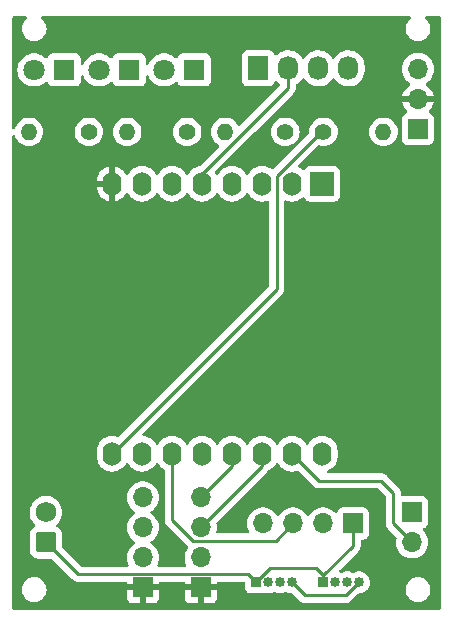
<source format=gbl>
G04 #@! TF.GenerationSoftware,KiCad,Pcbnew,7.0.7*
G04 #@! TF.CreationDate,2024-09-10T18:09:55+02:00*
G04 #@! TF.ProjectId,meteo-home,6d657465-6f2d-4686-9f6d-652e6b696361,rev?*
G04 #@! TF.SameCoordinates,Original*
G04 #@! TF.FileFunction,Copper,L2,Bot*
G04 #@! TF.FilePolarity,Positive*
%FSLAX46Y46*%
G04 Gerber Fmt 4.6, Leading zero omitted, Abs format (unit mm)*
G04 Created by KiCad (PCBNEW 7.0.7) date 2024-09-10 18:09:55*
%MOMM*%
%LPD*%
G01*
G04 APERTURE LIST*
G04 Aperture macros list*
%AMRoundRect*
0 Rectangle with rounded corners*
0 $1 Rounding radius*
0 $2 $3 $4 $5 $6 $7 $8 $9 X,Y pos of 4 corners*
0 Add a 4 corners polygon primitive as box body*
4,1,4,$2,$3,$4,$5,$6,$7,$8,$9,$2,$3,0*
0 Add four circle primitives for the rounded corners*
1,1,$1+$1,$2,$3*
1,1,$1+$1,$4,$5*
1,1,$1+$1,$6,$7*
1,1,$1+$1,$8,$9*
0 Add four rect primitives between the rounded corners*
20,1,$1+$1,$2,$3,$4,$5,0*
20,1,$1+$1,$4,$5,$6,$7,0*
20,1,$1+$1,$6,$7,$8,$9,0*
20,1,$1+$1,$8,$9,$2,$3,0*%
G04 Aperture macros list end*
G04 #@! TA.AperFunction,ComponentPad*
%ADD10R,2.000000X2.000000*%
G04 #@! TD*
G04 #@! TA.AperFunction,ComponentPad*
%ADD11O,1.600000X2.000000*%
G04 #@! TD*
G04 #@! TA.AperFunction,ComponentPad*
%ADD12R,1.727200X2.032000*%
G04 #@! TD*
G04 #@! TA.AperFunction,ComponentPad*
%ADD13O,1.727200X2.032000*%
G04 #@! TD*
G04 #@! TA.AperFunction,ComponentPad*
%ADD14R,1.800000X1.800000*%
G04 #@! TD*
G04 #@! TA.AperFunction,ComponentPad*
%ADD15C,1.800000*%
G04 #@! TD*
G04 #@! TA.AperFunction,ComponentPad*
%ADD16C,1.400000*%
G04 #@! TD*
G04 #@! TA.AperFunction,ComponentPad*
%ADD17O,1.400000X1.400000*%
G04 #@! TD*
G04 #@! TA.AperFunction,ComponentPad*
%ADD18R,0.850000X0.850000*%
G04 #@! TD*
G04 #@! TA.AperFunction,ComponentPad*
%ADD19O,0.850000X0.850000*%
G04 #@! TD*
G04 #@! TA.AperFunction,ComponentPad*
%ADD20R,1.700000X1.700000*%
G04 #@! TD*
G04 #@! TA.AperFunction,ComponentPad*
%ADD21O,1.700000X1.700000*%
G04 #@! TD*
G04 #@! TA.AperFunction,ComponentPad*
%ADD22RoundRect,0.250000X0.620000X-0.620000X0.620000X0.620000X-0.620000X0.620000X-0.620000X-0.620000X0*%
G04 #@! TD*
G04 #@! TA.AperFunction,ComponentPad*
%ADD23C,1.740000*%
G04 #@! TD*
G04 #@! TA.AperFunction,Conductor*
%ADD24C,0.250000*%
G04 #@! TD*
G04 APERTURE END LIST*
D10*
X131380000Y-64640000D03*
D11*
X128840000Y-64640000D03*
X126300000Y-64640000D03*
X123760000Y-64640000D03*
X121220000Y-64640000D03*
X118680000Y-64640000D03*
X116140000Y-64640000D03*
X113600000Y-64640000D03*
X113600000Y-87500000D03*
X116140000Y-87500000D03*
X118680000Y-87500000D03*
X121220000Y-87500000D03*
X123760000Y-87500000D03*
X126300000Y-87500000D03*
X128840000Y-87500000D03*
X131380000Y-87500000D03*
D12*
X125984000Y-54864000D03*
D13*
X128524000Y-54864000D03*
X131064000Y-54864000D03*
X133604000Y-54864000D03*
D14*
X115040000Y-55000000D03*
D15*
X112500000Y-55000000D03*
D14*
X120540000Y-55000000D03*
D15*
X118000000Y-55000000D03*
D16*
X111640000Y-60250000D03*
D17*
X106560000Y-60250000D03*
D16*
X128266666Y-60250000D03*
D17*
X123186666Y-60250000D03*
D16*
X131500000Y-60250000D03*
D17*
X136580000Y-60250000D03*
D16*
X119953333Y-60250000D03*
D17*
X114873333Y-60250000D03*
D14*
X109540000Y-55000000D03*
D15*
X107000000Y-55000000D03*
D18*
X125820000Y-98382500D03*
D19*
X126820000Y-98382500D03*
X127820000Y-98382500D03*
X128820000Y-98382500D03*
D20*
X139500000Y-60000000D03*
D21*
X139500000Y-57460000D03*
X139500000Y-54920000D03*
D20*
X116200000Y-98820000D03*
D21*
X116200000Y-96280000D03*
X116200000Y-93740000D03*
X116200000Y-91200000D03*
D20*
X134000000Y-93407500D03*
D21*
X131460000Y-93407500D03*
X128920000Y-93407500D03*
X126380000Y-93407500D03*
D20*
X121100000Y-98820000D03*
D21*
X121100000Y-96280000D03*
X121100000Y-93740000D03*
X121100000Y-91200000D03*
D22*
X108000000Y-95000000D03*
D23*
X108000000Y-92460000D03*
D20*
X139000000Y-92460000D03*
D21*
X139000000Y-95000000D03*
D18*
X131500000Y-98382500D03*
D19*
X132500000Y-98382500D03*
X133500000Y-98382500D03*
X134500000Y-98382500D03*
D24*
X121100000Y-91200000D02*
X123760000Y-88540000D01*
X133382500Y-99500000D02*
X134500000Y-98382500D01*
X123760000Y-88540000D02*
X123760000Y-87500000D01*
X129937500Y-99500000D02*
X133382500Y-99500000D01*
X128820000Y-98382500D02*
X129937500Y-99500000D01*
X126300000Y-87500000D02*
X126360000Y-87500000D01*
X126300000Y-88540000D02*
X126300000Y-87500000D01*
X121100000Y-93740000D02*
X126300000Y-88540000D01*
X127525000Y-73575000D02*
X113600000Y-87500000D01*
X108000000Y-95000000D02*
X110695000Y-97695000D01*
X127525000Y-64022588D02*
X127525000Y-73575000D01*
X125132500Y-97695000D02*
X125820000Y-98382500D01*
X113600000Y-87500000D02*
X113600000Y-87700000D01*
X131500000Y-97800000D02*
X134000000Y-95300000D01*
X134000000Y-95300000D02*
X134000000Y-93407500D01*
X131500000Y-98382500D02*
X131500000Y-97800000D01*
X131500000Y-60250000D02*
X131297588Y-60250000D01*
X130900000Y-97200000D02*
X127002500Y-97200000D01*
X131500000Y-97800000D02*
X130900000Y-97200000D01*
X127002500Y-97200000D02*
X125820000Y-98382500D01*
X131297588Y-60250000D02*
X127525000Y-64022588D01*
X110695000Y-97695000D02*
X125132500Y-97695000D01*
X128920000Y-93407500D02*
X127462500Y-94865000D01*
X118680000Y-93080000D02*
X118680000Y-87500000D01*
X120465000Y-94865000D02*
X118680000Y-93080000D01*
X127462500Y-94865000D02*
X120465000Y-94865000D01*
X121220000Y-63807657D02*
X121220000Y-64640000D01*
X128524000Y-54864000D02*
X128524000Y-56503657D01*
X128524000Y-56503657D02*
X121220000Y-63807657D01*
X137400000Y-90800000D02*
X137400000Y-93400000D01*
X131140000Y-89800000D02*
X136400000Y-89800000D01*
X137400000Y-93400000D02*
X139000000Y-95000000D01*
X136400000Y-89800000D02*
X137400000Y-90800000D01*
X128840000Y-87500000D02*
X131140000Y-89800000D01*
G04 #@! TA.AperFunction,Conductor*
G36*
X106343998Y-50469685D02*
G01*
X106389753Y-50522489D01*
X106399697Y-50591647D01*
X106370672Y-50655203D01*
X106355623Y-50669854D01*
X106253589Y-50753589D01*
X106122317Y-50913547D01*
X106024769Y-51096043D01*
X105964699Y-51294067D01*
X105944417Y-51499999D01*
X105964699Y-51705932D01*
X105964700Y-51705934D01*
X106024768Y-51903954D01*
X106122315Y-52086450D01*
X106122317Y-52086452D01*
X106253589Y-52246410D01*
X106306071Y-52289480D01*
X106413550Y-52377685D01*
X106596046Y-52475232D01*
X106794066Y-52535300D01*
X106794065Y-52535300D01*
X106814347Y-52537297D01*
X107000000Y-52555583D01*
X107205934Y-52535300D01*
X107403954Y-52475232D01*
X107586450Y-52377685D01*
X107746410Y-52246410D01*
X107877685Y-52086450D01*
X107975232Y-51903954D01*
X108035300Y-51705934D01*
X108055583Y-51500000D01*
X108035300Y-51294066D01*
X107975232Y-51096046D01*
X107877685Y-50913550D01*
X107825702Y-50850209D01*
X107746410Y-50753589D01*
X107644377Y-50669854D01*
X107605042Y-50612108D01*
X107603171Y-50542263D01*
X107639358Y-50482495D01*
X107702114Y-50451779D01*
X107723041Y-50450000D01*
X138776959Y-50450000D01*
X138843998Y-50469685D01*
X138889753Y-50522489D01*
X138899697Y-50591647D01*
X138870672Y-50655203D01*
X138855623Y-50669854D01*
X138753589Y-50753589D01*
X138622317Y-50913547D01*
X138524769Y-51096043D01*
X138464699Y-51294067D01*
X138444417Y-51499999D01*
X138464699Y-51705932D01*
X138464700Y-51705934D01*
X138524768Y-51903954D01*
X138622315Y-52086450D01*
X138622317Y-52086452D01*
X138753589Y-52246410D01*
X138806071Y-52289480D01*
X138913550Y-52377685D01*
X139096046Y-52475232D01*
X139294066Y-52535300D01*
X139294065Y-52535300D01*
X139312529Y-52537118D01*
X139500000Y-52555583D01*
X139705934Y-52535300D01*
X139903954Y-52475232D01*
X140086450Y-52377685D01*
X140246410Y-52246410D01*
X140377685Y-52086450D01*
X140475232Y-51903954D01*
X140535300Y-51705934D01*
X140555583Y-51500000D01*
X140535300Y-51294066D01*
X140475232Y-51096046D01*
X140377685Y-50913550D01*
X140325702Y-50850209D01*
X140246410Y-50753589D01*
X140144377Y-50669854D01*
X140105042Y-50612108D01*
X140103171Y-50542263D01*
X140139358Y-50482495D01*
X140202114Y-50451779D01*
X140223041Y-50450000D01*
X141325500Y-50450000D01*
X141392539Y-50469685D01*
X141438294Y-50522489D01*
X141449500Y-50574000D01*
X141449500Y-100576000D01*
X141429815Y-100643039D01*
X141377011Y-100688794D01*
X141325500Y-100700000D01*
X105274000Y-100700000D01*
X105206961Y-100680315D01*
X105161206Y-100627511D01*
X105150000Y-100576000D01*
X105150000Y-98999999D01*
X105944417Y-98999999D01*
X105964699Y-99205932D01*
X105994654Y-99304680D01*
X106024768Y-99403954D01*
X106122315Y-99586450D01*
X106122317Y-99586452D01*
X106253589Y-99746410D01*
X106306071Y-99789480D01*
X106413550Y-99877685D01*
X106596046Y-99975232D01*
X106794066Y-100035300D01*
X106794065Y-100035300D01*
X106812352Y-100037101D01*
X107000000Y-100055583D01*
X107205934Y-100035300D01*
X107403954Y-99975232D01*
X107586450Y-99877685D01*
X107746410Y-99746410D01*
X107877685Y-99586450D01*
X107975232Y-99403954D01*
X108035300Y-99205934D01*
X108055583Y-99000000D01*
X108035300Y-98794066D01*
X107975232Y-98596046D01*
X107877685Y-98413550D01*
X107811760Y-98333220D01*
X107746410Y-98253589D01*
X107620183Y-98149999D01*
X107586450Y-98122315D01*
X107403954Y-98024768D01*
X107205934Y-97964700D01*
X107205932Y-97964699D01*
X107205934Y-97964699D01*
X107018463Y-97946235D01*
X107000000Y-97944417D01*
X106999999Y-97944417D01*
X106794067Y-97964699D01*
X106596043Y-98024769D01*
X106547905Y-98050500D01*
X106413550Y-98122315D01*
X106413548Y-98122316D01*
X106413547Y-98122317D01*
X106253589Y-98253589D01*
X106122317Y-98413547D01*
X106024769Y-98596043D01*
X105964699Y-98794067D01*
X105944417Y-98999999D01*
X105150000Y-98999999D01*
X105150000Y-92460006D01*
X106616776Y-92460006D01*
X106635639Y-92687663D01*
X106635641Y-92687674D01*
X106691722Y-92909132D01*
X106783490Y-93118341D01*
X106908439Y-93309591D01*
X106908442Y-93309594D01*
X107063168Y-93477671D01*
X107070338Y-93483251D01*
X107111151Y-93539960D01*
X107114826Y-93609733D01*
X107080196Y-93670417D01*
X107059274Y-93686643D01*
X106906348Y-93780969D01*
X106780971Y-93906346D01*
X106687886Y-94057259D01*
X106687884Y-94057264D01*
X106632113Y-94225572D01*
X106621500Y-94329447D01*
X106621500Y-95670537D01*
X106621501Y-95670553D01*
X106632113Y-95774427D01*
X106642937Y-95807091D01*
X106687885Y-95942738D01*
X106780970Y-96093652D01*
X106906348Y-96219030D01*
X107057262Y-96312115D01*
X107225574Y-96367887D01*
X107329455Y-96378500D01*
X108431233Y-96378499D01*
X108498272Y-96398184D01*
X108518914Y-96414818D01*
X110187910Y-98083814D01*
X110197816Y-98096178D01*
X110198026Y-98096005D01*
X110203001Y-98102019D01*
X110254095Y-98150000D01*
X110275224Y-98171129D01*
X110275228Y-98171132D01*
X110275231Y-98171135D01*
X110280805Y-98175458D01*
X110285247Y-98179252D01*
X110319679Y-98211586D01*
X110319683Y-98211589D01*
X110337563Y-98221418D01*
X110353827Y-98232101D01*
X110369960Y-98244614D01*
X110413301Y-98263369D01*
X110418550Y-98265941D01*
X110438627Y-98276978D01*
X110459940Y-98288695D01*
X110479718Y-98293773D01*
X110498119Y-98300073D01*
X110516855Y-98308181D01*
X110561362Y-98315229D01*
X110563503Y-98315569D01*
X110569212Y-98316751D01*
X110614970Y-98328500D01*
X110635384Y-98328500D01*
X110654783Y-98330027D01*
X110674943Y-98333220D01*
X110721965Y-98328775D01*
X110727804Y-98328500D01*
X114726000Y-98328500D01*
X114793039Y-98348185D01*
X114838794Y-98400989D01*
X114850000Y-98452500D01*
X114850000Y-98570000D01*
X115586653Y-98570000D01*
X115653692Y-98589685D01*
X115699447Y-98642489D01*
X115709391Y-98711647D01*
X115705631Y-98728933D01*
X115700000Y-98748111D01*
X115700000Y-98891888D01*
X115705631Y-98911067D01*
X115705630Y-98980936D01*
X115667855Y-99039714D01*
X115604299Y-99068738D01*
X115586653Y-99070000D01*
X114850000Y-99070000D01*
X114850000Y-99717844D01*
X114856401Y-99777372D01*
X114856403Y-99777379D01*
X114906645Y-99912086D01*
X114906649Y-99912093D01*
X114992809Y-100027187D01*
X114992812Y-100027190D01*
X115107906Y-100113350D01*
X115107913Y-100113354D01*
X115242620Y-100163596D01*
X115242627Y-100163598D01*
X115302155Y-100169999D01*
X115302172Y-100170000D01*
X115950000Y-100170000D01*
X115950000Y-99432301D01*
X115969685Y-99365262D01*
X116022489Y-99319507D01*
X116091647Y-99309563D01*
X116164237Y-99320000D01*
X116164238Y-99320000D01*
X116235762Y-99320000D01*
X116235763Y-99320000D01*
X116308353Y-99309563D01*
X116377512Y-99319507D01*
X116430315Y-99365262D01*
X116450000Y-99432301D01*
X116450000Y-100170000D01*
X117097828Y-100170000D01*
X117097844Y-100169999D01*
X117157372Y-100163598D01*
X117157379Y-100163596D01*
X117292086Y-100113354D01*
X117292093Y-100113350D01*
X117407187Y-100027190D01*
X117407190Y-100027187D01*
X117493350Y-99912093D01*
X117493354Y-99912086D01*
X117543596Y-99777379D01*
X117543598Y-99777372D01*
X117549999Y-99717844D01*
X117550000Y-99717827D01*
X117550000Y-99070000D01*
X116813347Y-99070000D01*
X116746308Y-99050315D01*
X116700553Y-98997511D01*
X116690609Y-98928353D01*
X116694369Y-98911067D01*
X116700000Y-98891888D01*
X116700000Y-98748111D01*
X116694369Y-98728933D01*
X116694370Y-98659064D01*
X116732145Y-98600286D01*
X116795701Y-98571262D01*
X116813347Y-98570000D01*
X117550000Y-98570000D01*
X117550000Y-98452500D01*
X117569685Y-98385461D01*
X117622489Y-98339706D01*
X117674000Y-98328500D01*
X119626000Y-98328500D01*
X119693039Y-98348185D01*
X119738794Y-98400989D01*
X119750000Y-98452500D01*
X119750000Y-98570000D01*
X120486653Y-98570000D01*
X120553692Y-98589685D01*
X120599447Y-98642489D01*
X120609391Y-98711647D01*
X120605631Y-98728933D01*
X120600000Y-98748111D01*
X120600000Y-98891888D01*
X120605631Y-98911067D01*
X120605630Y-98980936D01*
X120567855Y-99039714D01*
X120504299Y-99068738D01*
X120486653Y-99070000D01*
X119750000Y-99070000D01*
X119750000Y-99717844D01*
X119756401Y-99777372D01*
X119756403Y-99777379D01*
X119806645Y-99912086D01*
X119806649Y-99912093D01*
X119892809Y-100027187D01*
X119892812Y-100027190D01*
X120007906Y-100113350D01*
X120007913Y-100113354D01*
X120142620Y-100163596D01*
X120142627Y-100163598D01*
X120202155Y-100169999D01*
X120202172Y-100170000D01*
X120850000Y-100170000D01*
X120850000Y-99432301D01*
X120869685Y-99365262D01*
X120922489Y-99319507D01*
X120991647Y-99309563D01*
X121064237Y-99320000D01*
X121064238Y-99320000D01*
X121135762Y-99320000D01*
X121135763Y-99320000D01*
X121208353Y-99309563D01*
X121277512Y-99319507D01*
X121330315Y-99365262D01*
X121350000Y-99432301D01*
X121350000Y-100170000D01*
X121997828Y-100170000D01*
X121997844Y-100169999D01*
X122057372Y-100163598D01*
X122057379Y-100163596D01*
X122192086Y-100113354D01*
X122192093Y-100113350D01*
X122307187Y-100027190D01*
X122307190Y-100027187D01*
X122393350Y-99912093D01*
X122393354Y-99912086D01*
X122443596Y-99777379D01*
X122443598Y-99777372D01*
X122449999Y-99717844D01*
X122450000Y-99717827D01*
X122450000Y-99070000D01*
X121713347Y-99070000D01*
X121646308Y-99050315D01*
X121600553Y-98997511D01*
X121590609Y-98928353D01*
X121594369Y-98911067D01*
X121600000Y-98891888D01*
X121600000Y-98748111D01*
X121594369Y-98728933D01*
X121594370Y-98659064D01*
X121632145Y-98600286D01*
X121695701Y-98571262D01*
X121713347Y-98570000D01*
X122450000Y-98570000D01*
X122450000Y-98452500D01*
X122469685Y-98385461D01*
X122522489Y-98339706D01*
X122574000Y-98328500D01*
X124762500Y-98328500D01*
X124829539Y-98348185D01*
X124875294Y-98400989D01*
X124886500Y-98452500D01*
X124886500Y-98856154D01*
X124893011Y-98916702D01*
X124893011Y-98916704D01*
X124938893Y-99039714D01*
X124944111Y-99053704D01*
X125031739Y-99170761D01*
X125148796Y-99258389D01*
X125285799Y-99309489D01*
X125313050Y-99312418D01*
X125346345Y-99315999D01*
X125346362Y-99316000D01*
X126293638Y-99316000D01*
X126293654Y-99315999D01*
X126320692Y-99313091D01*
X126354201Y-99309489D01*
X126367095Y-99304680D01*
X126444628Y-99275761D01*
X126514320Y-99270775D01*
X126526286Y-99274013D01*
X126529938Y-99275199D01*
X126529944Y-99275202D01*
X126721885Y-99316000D01*
X126721886Y-99316000D01*
X126918113Y-99316000D01*
X126918115Y-99316000D01*
X127110056Y-99275202D01*
X127110058Y-99275200D01*
X127110061Y-99275200D01*
X127269563Y-99204185D01*
X127338813Y-99194900D01*
X127370434Y-99204184D01*
X127462001Y-99244952D01*
X127529944Y-99275202D01*
X127721885Y-99316000D01*
X127721886Y-99316000D01*
X127918113Y-99316000D01*
X127918115Y-99316000D01*
X128110056Y-99275202D01*
X128110058Y-99275200D01*
X128110061Y-99275200D01*
X128168421Y-99249215D01*
X128269565Y-99204183D01*
X128338814Y-99194899D01*
X128370433Y-99204183D01*
X128429227Y-99230359D01*
X128529938Y-99275200D01*
X128529944Y-99275202D01*
X128721885Y-99316000D01*
X128806234Y-99316000D01*
X128873273Y-99335685D01*
X128893915Y-99352319D01*
X129430410Y-99888814D01*
X129440316Y-99901178D01*
X129440526Y-99901005D01*
X129445501Y-99907019D01*
X129496595Y-99955000D01*
X129517724Y-99976129D01*
X129517728Y-99976132D01*
X129517731Y-99976135D01*
X129523305Y-99980458D01*
X129527745Y-99984251D01*
X129549356Y-100004544D01*
X129562179Y-100016586D01*
X129562183Y-100016589D01*
X129580063Y-100026418D01*
X129596327Y-100037101D01*
X129612460Y-100049614D01*
X129655801Y-100068369D01*
X129661050Y-100070941D01*
X129669580Y-100075630D01*
X129702440Y-100093695D01*
X129722218Y-100098773D01*
X129740619Y-100105073D01*
X129759355Y-100113181D01*
X129803862Y-100120229D01*
X129806003Y-100120569D01*
X129811712Y-100121751D01*
X129857470Y-100133500D01*
X129877884Y-100133500D01*
X129897283Y-100135027D01*
X129917443Y-100138220D01*
X129964465Y-100133775D01*
X129970304Y-100133500D01*
X133298866Y-100133500D01*
X133314613Y-100135238D01*
X133314639Y-100134968D01*
X133322405Y-100135701D01*
X133322409Y-100135702D01*
X133392458Y-100133500D01*
X133422356Y-100133500D01*
X133422357Y-100133500D01*
X133423722Y-100133327D01*
X133429362Y-100132614D01*
X133435185Y-100132156D01*
X133461208Y-100131338D01*
X133482390Y-100130673D01*
X133492181Y-100127827D01*
X133501981Y-100124980D01*
X133521038Y-100121032D01*
X133541297Y-100118474D01*
X133585221Y-100101082D01*
X133590721Y-100099199D01*
X133636093Y-100086018D01*
X133653665Y-100075625D01*
X133671132Y-100067068D01*
X133690117Y-100059552D01*
X133728326Y-100031790D01*
X133733204Y-100028585D01*
X133773862Y-100004542D01*
X133788302Y-99990100D01*
X133803092Y-99977470D01*
X133819607Y-99965472D01*
X133849722Y-99929067D01*
X133853626Y-99924776D01*
X134426084Y-99352319D01*
X134487408Y-99318834D01*
X134513766Y-99316000D01*
X134598113Y-99316000D01*
X134598115Y-99316000D01*
X134790056Y-99275202D01*
X134790058Y-99275200D01*
X134790061Y-99275200D01*
X134850442Y-99248316D01*
X134969321Y-99195388D01*
X135128074Y-99080047D01*
X135200149Y-99000000D01*
X138444417Y-99000000D01*
X138464699Y-99205932D01*
X138494654Y-99304680D01*
X138524768Y-99403954D01*
X138622315Y-99586450D01*
X138622317Y-99586452D01*
X138753589Y-99746410D01*
X138806071Y-99789480D01*
X138913550Y-99877685D01*
X139096046Y-99975232D01*
X139294066Y-100035300D01*
X139294065Y-100035300D01*
X139312352Y-100037101D01*
X139500000Y-100055583D01*
X139705934Y-100035300D01*
X139903954Y-99975232D01*
X140086450Y-99877685D01*
X140246410Y-99746410D01*
X140377685Y-99586450D01*
X140475232Y-99403954D01*
X140535300Y-99205934D01*
X140555583Y-99000000D01*
X140535300Y-98794066D01*
X140475232Y-98596046D01*
X140377685Y-98413550D01*
X140311760Y-98333220D01*
X140246410Y-98253589D01*
X140120183Y-98149999D01*
X140086450Y-98122315D01*
X139903954Y-98024768D01*
X139705934Y-97964700D01*
X139705932Y-97964699D01*
X139705934Y-97964699D01*
X139518463Y-97946235D01*
X139500000Y-97944417D01*
X139499999Y-97944417D01*
X139294067Y-97964699D01*
X139096043Y-98024769D01*
X139047905Y-98050500D01*
X138913550Y-98122315D01*
X138913548Y-98122316D01*
X138913547Y-98122317D01*
X138753589Y-98253589D01*
X138622317Y-98413547D01*
X138524769Y-98596043D01*
X138464699Y-98794067D01*
X138444417Y-99000000D01*
X135200149Y-99000000D01*
X135259377Y-98934220D01*
X135357492Y-98764280D01*
X135418130Y-98577655D01*
X135438642Y-98382500D01*
X135418130Y-98187345D01*
X135379594Y-98068744D01*
X135357494Y-98000725D01*
X135357491Y-98000719D01*
X135259377Y-97830780D01*
X135128074Y-97684953D01*
X134999999Y-97591901D01*
X134969320Y-97569611D01*
X134790061Y-97489799D01*
X134790055Y-97489797D01*
X134638911Y-97457671D01*
X134598115Y-97449000D01*
X134401885Y-97449000D01*
X134368239Y-97456151D01*
X134209944Y-97489797D01*
X134209942Y-97489798D01*
X134050435Y-97560815D01*
X133981185Y-97570099D01*
X133949565Y-97560815D01*
X133790057Y-97489798D01*
X133790055Y-97489797D01*
X133638912Y-97457671D01*
X133598115Y-97449000D01*
X133401885Y-97449000D01*
X133368239Y-97456151D01*
X133209944Y-97489797D01*
X133209942Y-97489798D01*
X133050435Y-97560815D01*
X132981185Y-97570099D01*
X132949566Y-97560815D01*
X132896792Y-97537319D01*
X132843554Y-97492069D01*
X132823232Y-97425220D01*
X132842277Y-97357996D01*
X132859541Y-97336362D01*
X134388817Y-95807086D01*
X134401178Y-95797185D01*
X134401004Y-95796975D01*
X134407013Y-95792002D01*
X134407018Y-95792000D01*
X134454983Y-95740921D01*
X134476135Y-95719770D01*
X134480461Y-95714192D01*
X134484250Y-95709755D01*
X134516586Y-95675321D01*
X134526419Y-95657432D01*
X134537102Y-95641169D01*
X134549614Y-95625041D01*
X134568371Y-95581691D01*
X134570941Y-95576447D01*
X134593693Y-95535064D01*
X134593693Y-95535063D01*
X134593695Y-95535060D01*
X134598774Y-95515273D01*
X134605070Y-95496885D01*
X134613181Y-95478145D01*
X134620569Y-95431497D01*
X134621751Y-95425786D01*
X134633500Y-95380030D01*
X134633500Y-95359614D01*
X134635027Y-95340214D01*
X134638220Y-95320057D01*
X134633775Y-95273033D01*
X134633500Y-95267195D01*
X134633500Y-94890000D01*
X134653185Y-94822961D01*
X134705989Y-94777206D01*
X134757500Y-94766000D01*
X134898638Y-94766000D01*
X134898654Y-94765999D01*
X134925692Y-94763091D01*
X134959201Y-94759489D01*
X135096204Y-94708389D01*
X135213261Y-94620761D01*
X135300889Y-94503704D01*
X135351989Y-94366701D01*
X135355591Y-94333192D01*
X135358499Y-94306154D01*
X135358500Y-94306137D01*
X135358500Y-92508862D01*
X135358499Y-92508845D01*
X135353421Y-92461619D01*
X135351989Y-92448299D01*
X135300889Y-92311296D01*
X135213261Y-92194239D01*
X135096204Y-92106611D01*
X135096203Y-92106610D01*
X134959203Y-92055511D01*
X134898654Y-92049000D01*
X134898638Y-92049000D01*
X133101362Y-92049000D01*
X133101345Y-92049000D01*
X133040797Y-92055511D01*
X133040795Y-92055511D01*
X132903795Y-92106611D01*
X132786739Y-92194239D01*
X132699111Y-92311295D01*
X132653861Y-92432611D01*
X132611989Y-92488544D01*
X132546524Y-92512960D01*
X132478252Y-92498107D01*
X132446454Y-92473262D01*
X132383240Y-92404594D01*
X132205576Y-92266311D01*
X132205575Y-92266310D01*
X132205572Y-92266308D01*
X132007580Y-92159161D01*
X132007577Y-92159159D01*
X132007574Y-92159158D01*
X132007571Y-92159157D01*
X132007569Y-92159156D01*
X131794637Y-92086056D01*
X131572569Y-92049000D01*
X131347431Y-92049000D01*
X131125362Y-92086056D01*
X130912430Y-92159156D01*
X130912419Y-92159161D01*
X130714427Y-92266308D01*
X130714422Y-92266312D01*
X130536761Y-92404592D01*
X130536756Y-92404597D01*
X130384284Y-92570223D01*
X130384276Y-92570234D01*
X130293808Y-92708706D01*
X130240662Y-92754062D01*
X130171431Y-92763486D01*
X130108095Y-92733984D01*
X130086192Y-92708706D01*
X130014394Y-92598812D01*
X129995722Y-92570232D01*
X129995719Y-92570229D01*
X129995715Y-92570223D01*
X129843243Y-92404597D01*
X129843238Y-92404592D01*
X129665577Y-92266312D01*
X129665572Y-92266308D01*
X129467580Y-92159161D01*
X129467577Y-92159159D01*
X129467574Y-92159158D01*
X129467571Y-92159157D01*
X129467569Y-92159156D01*
X129254637Y-92086056D01*
X129032569Y-92049000D01*
X128807431Y-92049000D01*
X128585362Y-92086056D01*
X128372430Y-92159156D01*
X128372419Y-92159161D01*
X128174427Y-92266308D01*
X128174422Y-92266312D01*
X127996761Y-92404592D01*
X127996756Y-92404597D01*
X127844284Y-92570223D01*
X127844276Y-92570234D01*
X127753808Y-92708706D01*
X127700662Y-92754062D01*
X127631431Y-92763486D01*
X127568095Y-92733984D01*
X127546192Y-92708706D01*
X127474394Y-92598812D01*
X127455722Y-92570232D01*
X127455719Y-92570229D01*
X127455715Y-92570223D01*
X127303243Y-92404597D01*
X127303238Y-92404592D01*
X127125577Y-92266312D01*
X127125572Y-92266308D01*
X126927580Y-92159161D01*
X126927577Y-92159159D01*
X126927574Y-92159158D01*
X126927571Y-92159157D01*
X126927569Y-92159156D01*
X126714637Y-92086056D01*
X126492569Y-92049000D01*
X126267431Y-92049000D01*
X126045362Y-92086056D01*
X125832430Y-92159156D01*
X125832419Y-92159161D01*
X125634427Y-92266308D01*
X125634422Y-92266312D01*
X125456761Y-92404592D01*
X125456756Y-92404597D01*
X125304284Y-92570223D01*
X125304276Y-92570234D01*
X125181140Y-92758707D01*
X125090703Y-92964885D01*
X125035436Y-93183128D01*
X125035434Y-93183140D01*
X125016844Y-93407494D01*
X125016844Y-93407505D01*
X125035434Y-93631859D01*
X125035436Y-93631871D01*
X125090703Y-93850114D01*
X125090704Y-93850118D01*
X125181753Y-94057691D01*
X125190656Y-94126991D01*
X125160678Y-94190103D01*
X125101339Y-94226989D01*
X125068197Y-94231500D01*
X122536233Y-94231500D01*
X122469194Y-94211815D01*
X122423439Y-94159011D01*
X122413495Y-94089853D01*
X122416027Y-94077060D01*
X122444563Y-93964372D01*
X122444565Y-93964359D01*
X122463156Y-93740005D01*
X122463156Y-93739994D01*
X122444565Y-93515640D01*
X122444563Y-93515628D01*
X122416538Y-93404960D01*
X122419163Y-93335140D01*
X122449061Y-93286841D01*
X126688815Y-89047087D01*
X126701180Y-89037183D01*
X126701006Y-89036973D01*
X126707012Y-89032003D01*
X126707018Y-89032000D01*
X126754999Y-88980904D01*
X126776135Y-88959769D01*
X126780459Y-88954194D01*
X126784255Y-88949749D01*
X126798778Y-88934284D01*
X126816586Y-88915321D01*
X126816587Y-88915318D01*
X126821022Y-88910596D01*
X126859007Y-88883099D01*
X126956749Y-88837523D01*
X127144300Y-88706198D01*
X127306198Y-88544300D01*
X127437523Y-88356749D01*
X127457618Y-88313654D01*
X127503787Y-88261216D01*
X127570980Y-88242063D01*
X127637862Y-88262277D01*
X127682380Y-88313653D01*
X127702474Y-88356743D01*
X127702477Y-88356749D01*
X127833802Y-88544300D01*
X127995700Y-88706198D01*
X128183251Y-88837523D01*
X128280988Y-88883098D01*
X128390750Y-88934281D01*
X128390752Y-88934281D01*
X128390757Y-88934284D01*
X128611913Y-88993543D01*
X128774832Y-89007796D01*
X128839998Y-89013498D01*
X128840000Y-89013498D01*
X128840002Y-89013498D01*
X128897021Y-89008509D01*
X129068087Y-88993543D01*
X129289243Y-88934284D01*
X129289251Y-88934280D01*
X129290390Y-88933975D01*
X129360239Y-88935638D01*
X129410165Y-88966069D01*
X130632910Y-90188814D01*
X130642816Y-90201178D01*
X130643026Y-90201005D01*
X130648001Y-90207019D01*
X130699094Y-90254999D01*
X130720225Y-90276129D01*
X130720230Y-90276134D01*
X130725802Y-90280456D01*
X130730242Y-90284249D01*
X130764678Y-90316586D01*
X130782567Y-90326420D01*
X130798831Y-90337103D01*
X130814959Y-90349613D01*
X130845280Y-90362734D01*
X130858298Y-90368367D01*
X130863545Y-90370937D01*
X130904940Y-90393695D01*
X130924718Y-90398773D01*
X130943119Y-90405073D01*
X130961855Y-90413181D01*
X131006362Y-90420229D01*
X131008503Y-90420569D01*
X131014212Y-90421751D01*
X131059970Y-90433500D01*
X131080384Y-90433500D01*
X131099783Y-90435027D01*
X131119943Y-90438220D01*
X131166965Y-90433775D01*
X131172804Y-90433500D01*
X136086234Y-90433500D01*
X136153273Y-90453185D01*
X136173915Y-90469819D01*
X136730181Y-91026085D01*
X136763666Y-91087408D01*
X136766500Y-91113766D01*
X136766500Y-93316366D01*
X136764761Y-93332113D01*
X136765032Y-93332139D01*
X136764298Y-93339905D01*
X136766500Y-93409957D01*
X136766500Y-93439859D01*
X136767384Y-93446856D01*
X136767842Y-93452679D01*
X136769326Y-93499889D01*
X136769327Y-93499891D01*
X136775022Y-93519495D01*
X136778967Y-93538542D01*
X136781526Y-93558797D01*
X136781527Y-93558800D01*
X136781528Y-93558803D01*
X136798914Y-93602716D01*
X136800806Y-93608244D01*
X136813981Y-93653592D01*
X136824372Y-93671162D01*
X136832932Y-93688635D01*
X136840447Y-93707617D01*
X136868209Y-93745827D01*
X136871416Y-93750710D01*
X136895458Y-93791362D01*
X136895462Y-93791366D01*
X136909889Y-93805793D01*
X136922526Y-93820588D01*
X136934528Y-93837107D01*
X136970931Y-93867222D01*
X136975231Y-93871135D01*
X137315911Y-94211815D01*
X137650936Y-94546840D01*
X137684421Y-94608163D01*
X137683461Y-94664960D01*
X137655435Y-94775633D01*
X137636844Y-94999994D01*
X137636844Y-95000005D01*
X137655434Y-95224359D01*
X137655436Y-95224371D01*
X137710703Y-95442614D01*
X137801140Y-95648792D01*
X137924276Y-95837265D01*
X137924284Y-95837276D01*
X138076756Y-96002902D01*
X138076760Y-96002906D01*
X138254424Y-96141189D01*
X138254425Y-96141189D01*
X138254427Y-96141191D01*
X138381135Y-96209761D01*
X138452426Y-96248342D01*
X138665365Y-96321444D01*
X138887431Y-96358500D01*
X139112569Y-96358500D01*
X139334635Y-96321444D01*
X139547574Y-96248342D01*
X139745576Y-96141189D01*
X139923240Y-96002906D01*
X140022614Y-95894957D01*
X140075715Y-95837276D01*
X140075716Y-95837274D01*
X140075722Y-95837268D01*
X140198860Y-95648791D01*
X140289296Y-95442616D01*
X140344564Y-95224368D01*
X140356201Y-95083937D01*
X140363156Y-95000005D01*
X140363156Y-94999994D01*
X140344565Y-94775640D01*
X140344563Y-94775628D01*
X140327535Y-94708388D01*
X140289296Y-94557384D01*
X140198860Y-94351209D01*
X140192674Y-94341741D01*
X140088713Y-94182616D01*
X140075722Y-94162732D01*
X140075719Y-94162729D01*
X140075715Y-94162723D01*
X139930510Y-94004991D01*
X139899587Y-93942337D01*
X139907447Y-93872911D01*
X139951594Y-93818755D01*
X139978405Y-93804827D01*
X140058584Y-93774920D01*
X140096204Y-93760889D01*
X140213261Y-93673261D01*
X140300889Y-93556204D01*
X140351989Y-93419201D01*
X140355591Y-93385692D01*
X140358499Y-93358654D01*
X140358500Y-93358637D01*
X140358500Y-91561362D01*
X140358499Y-91561345D01*
X140354593Y-91525019D01*
X140351989Y-91500799D01*
X140300889Y-91363796D01*
X140213261Y-91246739D01*
X140096204Y-91159111D01*
X140096203Y-91159110D01*
X139959203Y-91108011D01*
X139898654Y-91101500D01*
X139898638Y-91101500D01*
X138157500Y-91101500D01*
X138090461Y-91081815D01*
X138044706Y-91029011D01*
X138033500Y-90977500D01*
X138033500Y-90883632D01*
X138035239Y-90867880D01*
X138034968Y-90867855D01*
X138035700Y-90860099D01*
X138035702Y-90860092D01*
X138033500Y-90790028D01*
X138033500Y-90760144D01*
X138032614Y-90753141D01*
X138032157Y-90747322D01*
X138030674Y-90700113D01*
X138030674Y-90700111D01*
X138024974Y-90680492D01*
X138021031Y-90661446D01*
X138018474Y-90641204D01*
X138018474Y-90641203D01*
X138001081Y-90597274D01*
X137999204Y-90591792D01*
X137986019Y-90546407D01*
X137975620Y-90528824D01*
X137967066Y-90511363D01*
X137959552Y-90492383D01*
X137931793Y-90454176D01*
X137928586Y-90449294D01*
X137904544Y-90408641D01*
X137904543Y-90408640D01*
X137904542Y-90408638D01*
X137890108Y-90394204D01*
X137877471Y-90379409D01*
X137865472Y-90362893D01*
X137865470Y-90362890D01*
X137829073Y-90332781D01*
X137824751Y-90328847D01*
X136907091Y-89411187D01*
X136897188Y-89398825D01*
X136896978Y-89399000D01*
X136892003Y-89392988D01*
X136892000Y-89392982D01*
X136867316Y-89369802D01*
X136840921Y-89345015D01*
X136819768Y-89323863D01*
X136817792Y-89322331D01*
X136814183Y-89319531D01*
X136809750Y-89315744D01*
X136775321Y-89283414D01*
X136775319Y-89283412D01*
X136757431Y-89273578D01*
X136741170Y-89262897D01*
X136725039Y-89250384D01*
X136681693Y-89231627D01*
X136676445Y-89229056D01*
X136649251Y-89214106D01*
X136635060Y-89206305D01*
X136631660Y-89205432D01*
X136615287Y-89201228D01*
X136596881Y-89194926D01*
X136578144Y-89186818D01*
X136578146Y-89186818D01*
X136531496Y-89179430D01*
X136525781Y-89178246D01*
X136505612Y-89173068D01*
X136480032Y-89166500D01*
X136480030Y-89166500D01*
X136459616Y-89166500D01*
X136440217Y-89164973D01*
X136420058Y-89161780D01*
X136420057Y-89161780D01*
X136373034Y-89166225D01*
X136367196Y-89166500D01*
X131890582Y-89166500D01*
X131823543Y-89146815D01*
X131777788Y-89094011D01*
X131767844Y-89024853D01*
X131796869Y-88961297D01*
X131838177Y-88930118D01*
X132036749Y-88837523D01*
X132224300Y-88706198D01*
X132386198Y-88544300D01*
X132517523Y-88356749D01*
X132614284Y-88149243D01*
X132673543Y-87928087D01*
X132688500Y-87757127D01*
X132688500Y-87242873D01*
X132673543Y-87071913D01*
X132614284Y-86850757D01*
X132517523Y-86643251D01*
X132386198Y-86455700D01*
X132224300Y-86293802D01*
X132036749Y-86162477D01*
X132036745Y-86162475D01*
X131829249Y-86065718D01*
X131829238Y-86065714D01*
X131608089Y-86006457D01*
X131608081Y-86006456D01*
X131380002Y-85986502D01*
X131379998Y-85986502D01*
X131151918Y-86006456D01*
X131151910Y-86006457D01*
X130930761Y-86065714D01*
X130930750Y-86065718D01*
X130723254Y-86162475D01*
X130723252Y-86162476D01*
X130723249Y-86162477D01*
X130723251Y-86162477D01*
X130535700Y-86293802D01*
X130535698Y-86293803D01*
X130535695Y-86293806D01*
X130373806Y-86455695D01*
X130242476Y-86643252D01*
X130222380Y-86686347D01*
X130176207Y-86738785D01*
X130109013Y-86757936D01*
X130042132Y-86737719D01*
X129997618Y-86686345D01*
X129977523Y-86643251D01*
X129846198Y-86455700D01*
X129684300Y-86293802D01*
X129496749Y-86162477D01*
X129496745Y-86162475D01*
X129289249Y-86065718D01*
X129289238Y-86065714D01*
X129068089Y-86006457D01*
X129068081Y-86006456D01*
X128840002Y-85986502D01*
X128839998Y-85986502D01*
X128611918Y-86006456D01*
X128611910Y-86006457D01*
X128390761Y-86065714D01*
X128390750Y-86065718D01*
X128183254Y-86162475D01*
X128183252Y-86162476D01*
X128183249Y-86162477D01*
X128183251Y-86162477D01*
X127995700Y-86293802D01*
X127995698Y-86293803D01*
X127995695Y-86293806D01*
X127833806Y-86455695D01*
X127702476Y-86643252D01*
X127682380Y-86686347D01*
X127636207Y-86738785D01*
X127569013Y-86757936D01*
X127502132Y-86737719D01*
X127457618Y-86686345D01*
X127437523Y-86643251D01*
X127306198Y-86455700D01*
X127144300Y-86293802D01*
X126956749Y-86162477D01*
X126956745Y-86162475D01*
X126749249Y-86065718D01*
X126749238Y-86065714D01*
X126528089Y-86006457D01*
X126528081Y-86006456D01*
X126300002Y-85986502D01*
X126299998Y-85986502D01*
X126071918Y-86006456D01*
X126071910Y-86006457D01*
X125850761Y-86065714D01*
X125850750Y-86065718D01*
X125643254Y-86162475D01*
X125643252Y-86162476D01*
X125643249Y-86162477D01*
X125643251Y-86162477D01*
X125455700Y-86293802D01*
X125455698Y-86293803D01*
X125455695Y-86293806D01*
X125293806Y-86455695D01*
X125162476Y-86643251D01*
X125142382Y-86686345D01*
X125096209Y-86738784D01*
X125029016Y-86757936D01*
X124962135Y-86737720D01*
X124917618Y-86686345D01*
X124897523Y-86643251D01*
X124766198Y-86455700D01*
X124604300Y-86293802D01*
X124416749Y-86162477D01*
X124416745Y-86162475D01*
X124209249Y-86065718D01*
X124209238Y-86065714D01*
X123988089Y-86006457D01*
X123988081Y-86006456D01*
X123760002Y-85986502D01*
X123759998Y-85986502D01*
X123531918Y-86006456D01*
X123531910Y-86006457D01*
X123310761Y-86065714D01*
X123310750Y-86065718D01*
X123103254Y-86162475D01*
X123103252Y-86162476D01*
X123103249Y-86162477D01*
X123103251Y-86162477D01*
X122915700Y-86293802D01*
X122915698Y-86293803D01*
X122915695Y-86293806D01*
X122753806Y-86455695D01*
X122622476Y-86643251D01*
X122602382Y-86686345D01*
X122556209Y-86738784D01*
X122489016Y-86757936D01*
X122422135Y-86737720D01*
X122377618Y-86686345D01*
X122357523Y-86643251D01*
X122357522Y-86643250D01*
X122226198Y-86455700D01*
X122064300Y-86293802D01*
X121876749Y-86162477D01*
X121876745Y-86162475D01*
X121669249Y-86065718D01*
X121669238Y-86065714D01*
X121448089Y-86006457D01*
X121448081Y-86006456D01*
X121220002Y-85986502D01*
X121219998Y-85986502D01*
X120991918Y-86006456D01*
X120991910Y-86006457D01*
X120770761Y-86065714D01*
X120770750Y-86065718D01*
X120563254Y-86162475D01*
X120563252Y-86162476D01*
X120563249Y-86162477D01*
X120563251Y-86162477D01*
X120375700Y-86293802D01*
X120375698Y-86293803D01*
X120375695Y-86293806D01*
X120213806Y-86455695D01*
X120082476Y-86643251D01*
X120062382Y-86686345D01*
X120016209Y-86738784D01*
X119949016Y-86757936D01*
X119882135Y-86737720D01*
X119837618Y-86686345D01*
X119817523Y-86643251D01*
X119686198Y-86455700D01*
X119524300Y-86293802D01*
X119336749Y-86162477D01*
X119336745Y-86162475D01*
X119129249Y-86065718D01*
X119129238Y-86065714D01*
X118908089Y-86006457D01*
X118908081Y-86006456D01*
X118680002Y-85986502D01*
X118679998Y-85986502D01*
X118451918Y-86006456D01*
X118451910Y-86006457D01*
X118230761Y-86065714D01*
X118230750Y-86065718D01*
X118023254Y-86162475D01*
X118023252Y-86162476D01*
X118023249Y-86162477D01*
X118023251Y-86162477D01*
X117835700Y-86293802D01*
X117835698Y-86293803D01*
X117835695Y-86293806D01*
X117673806Y-86455695D01*
X117542476Y-86643251D01*
X117522382Y-86686345D01*
X117476209Y-86738784D01*
X117409016Y-86757936D01*
X117342135Y-86737720D01*
X117297618Y-86686345D01*
X117277523Y-86643251D01*
X117277522Y-86643250D01*
X117146198Y-86455700D01*
X116984300Y-86293802D01*
X116796749Y-86162477D01*
X116796745Y-86162475D01*
X116589249Y-86065718D01*
X116589238Y-86065714D01*
X116368089Y-86006457D01*
X116368082Y-86006456D01*
X116284813Y-85999171D01*
X116219744Y-85973718D01*
X116178766Y-85917127D01*
X116174888Y-85847365D01*
X116207938Y-85787964D01*
X127913817Y-74082086D01*
X127926178Y-74072185D01*
X127926004Y-74071975D01*
X127932013Y-74067002D01*
X127932018Y-74067000D01*
X127979983Y-74015921D01*
X128001135Y-73994770D01*
X128005461Y-73989192D01*
X128009250Y-73984755D01*
X128041586Y-73950321D01*
X128051419Y-73932432D01*
X128062102Y-73916169D01*
X128074614Y-73900041D01*
X128093371Y-73856691D01*
X128095941Y-73851447D01*
X128118693Y-73810064D01*
X128118693Y-73810063D01*
X128118695Y-73810060D01*
X128123774Y-73790273D01*
X128130070Y-73771885D01*
X128138181Y-73753145D01*
X128145569Y-73706497D01*
X128146751Y-73700786D01*
X128158500Y-73655030D01*
X128158500Y-73634615D01*
X128160027Y-73615214D01*
X128163220Y-73595057D01*
X128158772Y-73548011D01*
X128158499Y-73542217D01*
X128158499Y-66160620D01*
X128178184Y-66093582D01*
X128230988Y-66047827D01*
X128300146Y-66037883D01*
X128334901Y-66048238D01*
X128390757Y-66074284D01*
X128611913Y-66133543D01*
X128774832Y-66147796D01*
X128839998Y-66153498D01*
X128840000Y-66153498D01*
X128840002Y-66153498D01*
X128897139Y-66148499D01*
X129068087Y-66133543D01*
X129289243Y-66074284D01*
X129496749Y-65977523D01*
X129684300Y-65846198D01*
X129715304Y-65815193D01*
X129776624Y-65781709D01*
X129846316Y-65786693D01*
X129902250Y-65828563D01*
X129919164Y-65859537D01*
X129929111Y-65886204D01*
X130016739Y-66003261D01*
X130133796Y-66090889D01*
X130270799Y-66141989D01*
X130298050Y-66144918D01*
X130331345Y-66148499D01*
X130331362Y-66148500D01*
X132428638Y-66148500D01*
X132428654Y-66148499D01*
X132455692Y-66145591D01*
X132489201Y-66141989D01*
X132626204Y-66090889D01*
X132743261Y-66003261D01*
X132830889Y-65886204D01*
X132881989Y-65749201D01*
X132885591Y-65715692D01*
X132888499Y-65688654D01*
X132888499Y-65688647D01*
X132888500Y-65688638D01*
X132888500Y-63591362D01*
X132888499Y-63591352D01*
X132888499Y-63591345D01*
X132885157Y-63560270D01*
X132881989Y-63530799D01*
X132830889Y-63393796D01*
X132743261Y-63276739D01*
X132626204Y-63189111D01*
X132489203Y-63138011D01*
X132428654Y-63131500D01*
X132428638Y-63131500D01*
X130331362Y-63131500D01*
X130331345Y-63131500D01*
X130270797Y-63138011D01*
X130270795Y-63138011D01*
X130133795Y-63189111D01*
X130016739Y-63276739D01*
X129929111Y-63393796D01*
X129919164Y-63420462D01*
X129877291Y-63476394D01*
X129811825Y-63500808D01*
X129743553Y-63485954D01*
X129715303Y-63464805D01*
X129684304Y-63433806D01*
X129684300Y-63433802D01*
X129496749Y-63302477D01*
X129496750Y-63302477D01*
X129496748Y-63302476D01*
X129414640Y-63264189D01*
X129362201Y-63218017D01*
X129343049Y-63150823D01*
X129363265Y-63083942D01*
X129379359Y-63064131D01*
X131009583Y-61433908D01*
X131070904Y-61400425D01*
X131129351Y-61401815D01*
X131289345Y-61444686D01*
X131439812Y-61457850D01*
X131499998Y-61463116D01*
X131500000Y-61463116D01*
X131500002Y-61463116D01*
X131552663Y-61458508D01*
X131710655Y-61444686D01*
X131914910Y-61389956D01*
X132106558Y-61300589D01*
X132279776Y-61179301D01*
X132429301Y-61029776D01*
X132550589Y-60856558D01*
X132639956Y-60664910D01*
X132694686Y-60460655D01*
X132713116Y-60250001D01*
X135366884Y-60250001D01*
X135385313Y-60460649D01*
X135385315Y-60460660D01*
X135440041Y-60664902D01*
X135440043Y-60664906D01*
X135440044Y-60664910D01*
X135519391Y-60835071D01*
X135529410Y-60856556D01*
X135529411Y-60856558D01*
X135650700Y-61029778D01*
X135800221Y-61179299D01*
X135800224Y-61179301D01*
X135973442Y-61300589D01*
X136165090Y-61389956D01*
X136369345Y-61444686D01*
X136519812Y-61457850D01*
X136579998Y-61463116D01*
X136580000Y-61463116D01*
X136580002Y-61463116D01*
X136632663Y-61458508D01*
X136790655Y-61444686D01*
X136994910Y-61389956D01*
X137186558Y-61300589D01*
X137359776Y-61179301D01*
X137509301Y-61029776D01*
X137630589Y-60856558D01*
X137719956Y-60664910D01*
X137774686Y-60460655D01*
X137793116Y-60250000D01*
X137774686Y-60039345D01*
X137719956Y-59835090D01*
X137630589Y-59643442D01*
X137509301Y-59470224D01*
X137509299Y-59470221D01*
X137359778Y-59320700D01*
X137186558Y-59199411D01*
X137186556Y-59199410D01*
X137165071Y-59189391D01*
X136994910Y-59110044D01*
X136994906Y-59110043D01*
X136994902Y-59110041D01*
X136790660Y-59055315D01*
X136790656Y-59055314D01*
X136790655Y-59055314D01*
X136790654Y-59055313D01*
X136790649Y-59055313D01*
X136580002Y-59036884D01*
X136579998Y-59036884D01*
X136369350Y-59055313D01*
X136369339Y-59055315D01*
X136165097Y-59110041D01*
X136165088Y-59110045D01*
X135973443Y-59199410D01*
X135973441Y-59199411D01*
X135800221Y-59320700D01*
X135650700Y-59470221D01*
X135529411Y-59643441D01*
X135529410Y-59643443D01*
X135440045Y-59835088D01*
X135440041Y-59835097D01*
X135385315Y-60039339D01*
X135385313Y-60039350D01*
X135366884Y-60249998D01*
X135366884Y-60250001D01*
X132713116Y-60250001D01*
X132713116Y-60250000D01*
X132694686Y-60039345D01*
X132639956Y-59835090D01*
X132550589Y-59643442D01*
X132429301Y-59470224D01*
X132429299Y-59470221D01*
X132279778Y-59320700D01*
X132106558Y-59199411D01*
X132106556Y-59199410D01*
X132085071Y-59189391D01*
X131914910Y-59110044D01*
X131914906Y-59110043D01*
X131914902Y-59110041D01*
X131710660Y-59055315D01*
X131710656Y-59055314D01*
X131710655Y-59055314D01*
X131710654Y-59055313D01*
X131710649Y-59055313D01*
X131500002Y-59036884D01*
X131499998Y-59036884D01*
X131289350Y-59055313D01*
X131289339Y-59055315D01*
X131085097Y-59110041D01*
X131085088Y-59110045D01*
X130893443Y-59199410D01*
X130893441Y-59199411D01*
X130720221Y-59320700D01*
X130570700Y-59470221D01*
X130449411Y-59643441D01*
X130449410Y-59643443D01*
X130360045Y-59835088D01*
X130360041Y-59835097D01*
X130305315Y-60039339D01*
X130305313Y-60039350D01*
X130286884Y-60249998D01*
X130286884Y-60250004D01*
X130291079Y-60297964D01*
X130277311Y-60366464D01*
X130255232Y-60396450D01*
X127261150Y-63390531D01*
X127199827Y-63424016D01*
X127130135Y-63419032D01*
X127102345Y-63404425D01*
X126956749Y-63302477D01*
X126956745Y-63302475D01*
X126749249Y-63205718D01*
X126749238Y-63205714D01*
X126528089Y-63146457D01*
X126528081Y-63146456D01*
X126300002Y-63126502D01*
X126299998Y-63126502D01*
X126071918Y-63146456D01*
X126071910Y-63146457D01*
X125850761Y-63205714D01*
X125850750Y-63205718D01*
X125643254Y-63302475D01*
X125643252Y-63302476D01*
X125643249Y-63302477D01*
X125643251Y-63302477D01*
X125455700Y-63433802D01*
X125455698Y-63433803D01*
X125455695Y-63433806D01*
X125293806Y-63595695D01*
X125293803Y-63595698D01*
X125293802Y-63595700D01*
X125268501Y-63631834D01*
X125162476Y-63783251D01*
X125142382Y-63826345D01*
X125096209Y-63878784D01*
X125029016Y-63897936D01*
X124962135Y-63877720D01*
X124917618Y-63826345D01*
X124897523Y-63783251D01*
X124867746Y-63740725D01*
X124766198Y-63595700D01*
X124604300Y-63433802D01*
X124416749Y-63302477D01*
X124416745Y-63302475D01*
X124209249Y-63205718D01*
X124209238Y-63205714D01*
X123988089Y-63146457D01*
X123988081Y-63146456D01*
X123760002Y-63126502D01*
X123759998Y-63126502D01*
X123531918Y-63146456D01*
X123531910Y-63146457D01*
X123310761Y-63205714D01*
X123310750Y-63205718D01*
X123103254Y-63302475D01*
X123103252Y-63302476D01*
X123103249Y-63302477D01*
X123103251Y-63302477D01*
X122915700Y-63433802D01*
X122915698Y-63433803D01*
X122915695Y-63433806D01*
X122753806Y-63595695D01*
X122753803Y-63595698D01*
X122753802Y-63595700D01*
X122728501Y-63631834D01*
X122622476Y-63783251D01*
X122602382Y-63826345D01*
X122556209Y-63878784D01*
X122489016Y-63897936D01*
X122422135Y-63877720D01*
X122377618Y-63826345D01*
X122357523Y-63783252D01*
X122357523Y-63783251D01*
X122327746Y-63740725D01*
X122305418Y-63674519D01*
X122322428Y-63606752D01*
X122341635Y-63581924D01*
X125673559Y-60250001D01*
X127053550Y-60250001D01*
X127071979Y-60460649D01*
X127071981Y-60460660D01*
X127126707Y-60664902D01*
X127126709Y-60664906D01*
X127126710Y-60664910D01*
X127206057Y-60835071D01*
X127216076Y-60856556D01*
X127216077Y-60856558D01*
X127337366Y-61029778D01*
X127486887Y-61179299D01*
X127486890Y-61179301D01*
X127660108Y-61300589D01*
X127851756Y-61389956D01*
X128056011Y-61444686D01*
X128206478Y-61457850D01*
X128266664Y-61463116D01*
X128266666Y-61463116D01*
X128266668Y-61463116D01*
X128319329Y-61458508D01*
X128477321Y-61444686D01*
X128681576Y-61389956D01*
X128873224Y-61300589D01*
X129046442Y-61179301D01*
X129195967Y-61029776D01*
X129317255Y-60856558D01*
X129406622Y-60664910D01*
X129461352Y-60460655D01*
X129479782Y-60250000D01*
X129461352Y-60039345D01*
X129406622Y-59835090D01*
X129317255Y-59643442D01*
X129195967Y-59470224D01*
X129195965Y-59470221D01*
X129046444Y-59320700D01*
X128873224Y-59199411D01*
X128873222Y-59199410D01*
X128851737Y-59189391D01*
X128681576Y-59110044D01*
X128681572Y-59110043D01*
X128681568Y-59110041D01*
X128477326Y-59055315D01*
X128477322Y-59055314D01*
X128477321Y-59055314D01*
X128477320Y-59055313D01*
X128477315Y-59055313D01*
X128266668Y-59036884D01*
X128266664Y-59036884D01*
X128056016Y-59055313D01*
X128056005Y-59055315D01*
X127851763Y-59110041D01*
X127851754Y-59110045D01*
X127660109Y-59199410D01*
X127660107Y-59199411D01*
X127486887Y-59320700D01*
X127337366Y-59470221D01*
X127216077Y-59643441D01*
X127216076Y-59643443D01*
X127126711Y-59835088D01*
X127126707Y-59835097D01*
X127071981Y-60039339D01*
X127071979Y-60039350D01*
X127053550Y-60249998D01*
X127053550Y-60250001D01*
X125673559Y-60250001D01*
X128912817Y-57010743D01*
X128925178Y-57000842D01*
X128925004Y-57000632D01*
X128931013Y-56995659D01*
X128931018Y-56995657D01*
X128978983Y-56944578D01*
X129000135Y-56923427D01*
X129004461Y-56917849D01*
X129008250Y-56913412D01*
X129040586Y-56878978D01*
X129050419Y-56861089D01*
X129061102Y-56844826D01*
X129073614Y-56828698D01*
X129092371Y-56785348D01*
X129094941Y-56780104D01*
X129117693Y-56738721D01*
X129117693Y-56738720D01*
X129117695Y-56738717D01*
X129122774Y-56718930D01*
X129129070Y-56700542D01*
X129137181Y-56681802D01*
X129144569Y-56635154D01*
X129145751Y-56629443D01*
X129157500Y-56583687D01*
X129157500Y-56563271D01*
X129159027Y-56543871D01*
X129162220Y-56523714D01*
X129157775Y-56476690D01*
X129157500Y-56470852D01*
X129157500Y-56306945D01*
X129177185Y-56239906D01*
X129216486Y-56201355D01*
X129236539Y-56189008D01*
X129342846Y-56123553D01*
X129518178Y-55969242D01*
X129664908Y-55787519D01*
X129686232Y-55749346D01*
X129736111Y-55700421D01*
X129804524Y-55686228D01*
X129869750Y-55711275D01*
X129897221Y-55740384D01*
X129992597Y-55881497D01*
X129992605Y-55881506D01*
X130154205Y-56050117D01*
X130154212Y-56050123D01*
X130341992Y-56189005D01*
X130341994Y-56189006D01*
X130341997Y-56189008D01*
X130550554Y-56294160D01*
X130773882Y-56362553D01*
X131005556Y-56392220D01*
X131238911Y-56382307D01*
X131467235Y-56333100D01*
X131683958Y-56246013D01*
X131882846Y-56123553D01*
X132058178Y-55969242D01*
X132204908Y-55787519D01*
X132226232Y-55749346D01*
X132276111Y-55700421D01*
X132344524Y-55686228D01*
X132409750Y-55711275D01*
X132437221Y-55740384D01*
X132532597Y-55881497D01*
X132532605Y-55881506D01*
X132694205Y-56050117D01*
X132694212Y-56050123D01*
X132881992Y-56189005D01*
X132881994Y-56189006D01*
X132881997Y-56189008D01*
X133090554Y-56294160D01*
X133313882Y-56362553D01*
X133545556Y-56392220D01*
X133778911Y-56382307D01*
X134007235Y-56333100D01*
X134223958Y-56246013D01*
X134422846Y-56123553D01*
X134598178Y-55969242D01*
X134744908Y-55787519D01*
X134858817Y-55583613D01*
X134936627Y-55363389D01*
X134959049Y-55232626D01*
X134976099Y-55133192D01*
X134976100Y-55133181D01*
X134976100Y-54920005D01*
X138136844Y-54920005D01*
X138155434Y-55144359D01*
X138155436Y-55144371D01*
X138210703Y-55362614D01*
X138301140Y-55568792D01*
X138424276Y-55757265D01*
X138424284Y-55757276D01*
X138576756Y-55922902D01*
X138576761Y-55922907D01*
X138628836Y-55963439D01*
X138754424Y-56061189D01*
X138797693Y-56084605D01*
X138797695Y-56084606D01*
X138847286Y-56133825D01*
X138862394Y-56202042D01*
X138838224Y-56267597D01*
X138809802Y-56295236D01*
X138628922Y-56421890D01*
X138628920Y-56421891D01*
X138461891Y-56588920D01*
X138461886Y-56588926D01*
X138326400Y-56782420D01*
X138326399Y-56782422D01*
X138226570Y-56996507D01*
X138226567Y-56996513D01*
X138169364Y-57209999D01*
X138169364Y-57210000D01*
X138886653Y-57210000D01*
X138953692Y-57229685D01*
X138999447Y-57282489D01*
X139009391Y-57351647D01*
X139005631Y-57368933D01*
X139000000Y-57388111D01*
X139000000Y-57531888D01*
X139005631Y-57551067D01*
X139005630Y-57620936D01*
X138967855Y-57679714D01*
X138904299Y-57708738D01*
X138886653Y-57710000D01*
X138169364Y-57710000D01*
X138226567Y-57923486D01*
X138226570Y-57923492D01*
X138326399Y-58137578D01*
X138461894Y-58331082D01*
X138577727Y-58446915D01*
X138611212Y-58508238D01*
X138606228Y-58577930D01*
X138564356Y-58633863D01*
X138533381Y-58650777D01*
X138403795Y-58699111D01*
X138286739Y-58786739D01*
X138199111Y-58903795D01*
X138148011Y-59040795D01*
X138148011Y-59040797D01*
X138141500Y-59101345D01*
X138141500Y-60898654D01*
X138148011Y-60959202D01*
X138148011Y-60959204D01*
X138174334Y-61029776D01*
X138199111Y-61096204D01*
X138286739Y-61213261D01*
X138403796Y-61300889D01*
X138518949Y-61343839D01*
X138540179Y-61351758D01*
X138540799Y-61351989D01*
X138568050Y-61354918D01*
X138601345Y-61358499D01*
X138601362Y-61358500D01*
X140398638Y-61358500D01*
X140398654Y-61358499D01*
X140425692Y-61355591D01*
X140459201Y-61351989D01*
X140459821Y-61351758D01*
X140473768Y-61346555D01*
X140596204Y-61300889D01*
X140713261Y-61213261D01*
X140800889Y-61096204D01*
X140851989Y-60959201D01*
X140855591Y-60925692D01*
X140858499Y-60898654D01*
X140858500Y-60898637D01*
X140858500Y-59101362D01*
X140858499Y-59101345D01*
X140855157Y-59070270D01*
X140851989Y-59040799D01*
X140800889Y-58903796D01*
X140713261Y-58786739D01*
X140596204Y-58699111D01*
X140596202Y-58699110D01*
X140596204Y-58699110D01*
X140466619Y-58650777D01*
X140410685Y-58608906D01*
X140386269Y-58543441D01*
X140401121Y-58475168D01*
X140422272Y-58446914D01*
X140538108Y-58331078D01*
X140673600Y-58137578D01*
X140773429Y-57923492D01*
X140773432Y-57923486D01*
X140830636Y-57710000D01*
X140113347Y-57710000D01*
X140046308Y-57690315D01*
X140000553Y-57637511D01*
X139990609Y-57568353D01*
X139994369Y-57551067D01*
X140000000Y-57531888D01*
X140000000Y-57388111D01*
X139994369Y-57368933D01*
X139994370Y-57299064D01*
X140032145Y-57240286D01*
X140095701Y-57211262D01*
X140113347Y-57210000D01*
X140830636Y-57210000D01*
X140830635Y-57209999D01*
X140773432Y-56996513D01*
X140773429Y-56996507D01*
X140673600Y-56782422D01*
X140673599Y-56782420D01*
X140538113Y-56588926D01*
X140538108Y-56588920D01*
X140371082Y-56421894D01*
X140190197Y-56295236D01*
X140146572Y-56240659D01*
X140139380Y-56171160D01*
X140170902Y-56108806D01*
X140202300Y-56084608D01*
X140245576Y-56061189D01*
X140423240Y-55922906D01*
X140575722Y-55757268D01*
X140698860Y-55568791D01*
X140789296Y-55362616D01*
X140844564Y-55144368D01*
X140845491Y-55133181D01*
X140863156Y-54920005D01*
X140863156Y-54919994D01*
X140844565Y-54695640D01*
X140844563Y-54695628D01*
X140793122Y-54492492D01*
X140789296Y-54477384D01*
X140698860Y-54271209D01*
X140575722Y-54082732D01*
X140575719Y-54082729D01*
X140575715Y-54082723D01*
X140423243Y-53917097D01*
X140423238Y-53917092D01*
X140294391Y-53816806D01*
X140245576Y-53778811D01*
X140245575Y-53778810D01*
X140245572Y-53778808D01*
X140047580Y-53671661D01*
X140047577Y-53671659D01*
X140047574Y-53671658D01*
X140047571Y-53671657D01*
X140047569Y-53671656D01*
X139834637Y-53598556D01*
X139612569Y-53561500D01*
X139387431Y-53561500D01*
X139165362Y-53598556D01*
X138952430Y-53671656D01*
X138952419Y-53671661D01*
X138754427Y-53778808D01*
X138754422Y-53778812D01*
X138576761Y-53917092D01*
X138576756Y-53917097D01*
X138424284Y-54082723D01*
X138424276Y-54082734D01*
X138301140Y-54271207D01*
X138210703Y-54477385D01*
X138155436Y-54695628D01*
X138155434Y-54695640D01*
X138136844Y-54919994D01*
X138136844Y-54920005D01*
X134976100Y-54920005D01*
X134976100Y-54653308D01*
X134961254Y-54478880D01*
X134960864Y-54477384D01*
X134902400Y-54252846D01*
X134902400Y-54252845D01*
X134806197Y-54040019D01*
X134806192Y-54040011D01*
X134680332Y-53853796D01*
X134675403Y-53846503D01*
X134675401Y-53846501D01*
X134675394Y-53846493D01*
X134513794Y-53677882D01*
X134513787Y-53677876D01*
X134326007Y-53538994D01*
X134212936Y-53481985D01*
X134117446Y-53433840D01*
X133894118Y-53365447D01*
X133894116Y-53365446D01*
X133894114Y-53365446D01*
X133662438Y-53335779D01*
X133429092Y-53345692D01*
X133429088Y-53345692D01*
X133200763Y-53394900D01*
X133200760Y-53394901D01*
X132984045Y-53481985D01*
X132785154Y-53604447D01*
X132785149Y-53604451D01*
X132609822Y-53758757D01*
X132463091Y-53940481D01*
X132463089Y-53940484D01*
X132441765Y-53978655D01*
X132391885Y-54027580D01*
X132323471Y-54041771D01*
X132258246Y-54016722D01*
X132230778Y-53987615D01*
X132214582Y-53963653D01*
X132135403Y-53846503D01*
X132135401Y-53846501D01*
X132135394Y-53846493D01*
X131973794Y-53677882D01*
X131973787Y-53677876D01*
X131786007Y-53538994D01*
X131672936Y-53481985D01*
X131577446Y-53433840D01*
X131354118Y-53365447D01*
X131354116Y-53365446D01*
X131354114Y-53365446D01*
X131122438Y-53335779D01*
X130889092Y-53345692D01*
X130889088Y-53345692D01*
X130660763Y-53394900D01*
X130660760Y-53394901D01*
X130444045Y-53481985D01*
X130245154Y-53604447D01*
X130245149Y-53604451D01*
X130069822Y-53758757D01*
X129923091Y-53940481D01*
X129923089Y-53940484D01*
X129901765Y-53978655D01*
X129851885Y-54027580D01*
X129783471Y-54041771D01*
X129718246Y-54016722D01*
X129690778Y-53987615D01*
X129674582Y-53963653D01*
X129595403Y-53846503D01*
X129595401Y-53846501D01*
X129595394Y-53846493D01*
X129433794Y-53677882D01*
X129433787Y-53677876D01*
X129246007Y-53538994D01*
X129132936Y-53481985D01*
X129037446Y-53433840D01*
X128814118Y-53365447D01*
X128814116Y-53365446D01*
X128814114Y-53365446D01*
X128582438Y-53335779D01*
X128349092Y-53345692D01*
X128349088Y-53345692D01*
X128120763Y-53394900D01*
X128120760Y-53394901D01*
X127904045Y-53481985D01*
X127705154Y-53604447D01*
X127705149Y-53604450D01*
X127534911Y-53754278D01*
X127471581Y-53783792D01*
X127402348Y-53774382D01*
X127349193Y-53729036D01*
X127336807Y-53704528D01*
X127298489Y-53601796D01*
X127290781Y-53591500D01*
X127210861Y-53484739D01*
X127093804Y-53397111D01*
X127087876Y-53394900D01*
X126956803Y-53346011D01*
X126896254Y-53339500D01*
X126896238Y-53339500D01*
X125071762Y-53339500D01*
X125071745Y-53339500D01*
X125011197Y-53346011D01*
X125011195Y-53346011D01*
X124874195Y-53397111D01*
X124757139Y-53484739D01*
X124669511Y-53601795D01*
X124618411Y-53738795D01*
X124618411Y-53738797D01*
X124611900Y-53799345D01*
X124611900Y-55928654D01*
X124618411Y-55989202D01*
X124618411Y-55989204D01*
X124663022Y-56108806D01*
X124669511Y-56126204D01*
X124757139Y-56243261D01*
X124874196Y-56330889D01*
X125011199Y-56381989D01*
X125038450Y-56384918D01*
X125071745Y-56388499D01*
X125071762Y-56388500D01*
X126896238Y-56388500D01*
X126896254Y-56388499D01*
X126923292Y-56385591D01*
X126956801Y-56381989D01*
X127093804Y-56330889D01*
X127210861Y-56243261D01*
X127298489Y-56126204D01*
X127322739Y-56061189D01*
X127338336Y-56019373D01*
X127380207Y-55963439D01*
X127445672Y-55939023D01*
X127513945Y-55953875D01*
X127544039Y-55976906D01*
X127604335Y-56039818D01*
X127614211Y-56050122D01*
X127767176Y-56163254D01*
X127809369Y-56218944D01*
X127814757Y-56288605D01*
X127781627Y-56350121D01*
X127781121Y-56350630D01*
X124442315Y-59689436D01*
X124380992Y-59722921D01*
X124311300Y-59717937D01*
X124255367Y-59676065D01*
X124242254Y-59654163D01*
X124237255Y-59643442D01*
X124115967Y-59470224D01*
X124115965Y-59470221D01*
X123966444Y-59320700D01*
X123793224Y-59199411D01*
X123793222Y-59199410D01*
X123771737Y-59189391D01*
X123601576Y-59110044D01*
X123601572Y-59110043D01*
X123601568Y-59110041D01*
X123397326Y-59055315D01*
X123397322Y-59055314D01*
X123397321Y-59055314D01*
X123397320Y-59055313D01*
X123397315Y-59055313D01*
X123186668Y-59036884D01*
X123186664Y-59036884D01*
X122976016Y-59055313D01*
X122976005Y-59055315D01*
X122771763Y-59110041D01*
X122771754Y-59110045D01*
X122580109Y-59199410D01*
X122580107Y-59199411D01*
X122406887Y-59320700D01*
X122257366Y-59470221D01*
X122136077Y-59643441D01*
X122136076Y-59643443D01*
X122046711Y-59835088D01*
X122046707Y-59835097D01*
X121991981Y-60039339D01*
X121991979Y-60039350D01*
X121973550Y-60249998D01*
X121973550Y-60250001D01*
X121991979Y-60460649D01*
X121991981Y-60460660D01*
X122046707Y-60664902D01*
X122046709Y-60664906D01*
X122046710Y-60664910D01*
X122126057Y-60835071D01*
X122136076Y-60856556D01*
X122136077Y-60856558D01*
X122257366Y-61029778D01*
X122406887Y-61179299D01*
X122406890Y-61179301D01*
X122580108Y-61300589D01*
X122590826Y-61305587D01*
X122643264Y-61351758D01*
X122662416Y-61418951D01*
X122642201Y-61485832D01*
X122626101Y-61505649D01*
X121006366Y-63125384D01*
X120950780Y-63157477D01*
X120770754Y-63205716D01*
X120563254Y-63302475D01*
X120563252Y-63302476D01*
X120563249Y-63302477D01*
X120563251Y-63302477D01*
X120375700Y-63433802D01*
X120375698Y-63433803D01*
X120375695Y-63433806D01*
X120213806Y-63595695D01*
X120213803Y-63595698D01*
X120213802Y-63595700D01*
X120188501Y-63631834D01*
X120082476Y-63783251D01*
X120062382Y-63826345D01*
X120016209Y-63878784D01*
X119949016Y-63897936D01*
X119882135Y-63877720D01*
X119837618Y-63826345D01*
X119817523Y-63783251D01*
X119787746Y-63740725D01*
X119686198Y-63595700D01*
X119524300Y-63433802D01*
X119336749Y-63302477D01*
X119336745Y-63302475D01*
X119129249Y-63205718D01*
X119129238Y-63205714D01*
X118908089Y-63146457D01*
X118908081Y-63146456D01*
X118680002Y-63126502D01*
X118679998Y-63126502D01*
X118451918Y-63146456D01*
X118451910Y-63146457D01*
X118230761Y-63205714D01*
X118230750Y-63205718D01*
X118023254Y-63302475D01*
X118023252Y-63302476D01*
X118023249Y-63302477D01*
X118023251Y-63302477D01*
X117835700Y-63433802D01*
X117835698Y-63433803D01*
X117835695Y-63433806D01*
X117673806Y-63595695D01*
X117673803Y-63595698D01*
X117673802Y-63595700D01*
X117648501Y-63631834D01*
X117542476Y-63783251D01*
X117522382Y-63826345D01*
X117476209Y-63878784D01*
X117409016Y-63897936D01*
X117342135Y-63877720D01*
X117297618Y-63826345D01*
X117277523Y-63783251D01*
X117247746Y-63740725D01*
X117146198Y-63595700D01*
X116984300Y-63433802D01*
X116796749Y-63302477D01*
X116796745Y-63302475D01*
X116589249Y-63205718D01*
X116589238Y-63205714D01*
X116368089Y-63146457D01*
X116368081Y-63146456D01*
X116140002Y-63126502D01*
X116139998Y-63126502D01*
X115911918Y-63146456D01*
X115911910Y-63146457D01*
X115690761Y-63205714D01*
X115690750Y-63205718D01*
X115483254Y-63302475D01*
X115483252Y-63302476D01*
X115483249Y-63302477D01*
X115483251Y-63302477D01*
X115295700Y-63433802D01*
X115295698Y-63433803D01*
X115295695Y-63433806D01*
X115133806Y-63595695D01*
X115133803Y-63595698D01*
X115133802Y-63595700D01*
X115108501Y-63631834D01*
X115002476Y-63783252D01*
X115002474Y-63783256D01*
X114977691Y-63836402D01*
X114931518Y-63888841D01*
X114864324Y-63907992D01*
X114797444Y-63887775D01*
X114752927Y-63836399D01*
X114730133Y-63787517D01*
X114599657Y-63601179D01*
X114438820Y-63440342D01*
X114252482Y-63309865D01*
X114046328Y-63213734D01*
X113850000Y-63161127D01*
X113850000Y-64027698D01*
X113830315Y-64094737D01*
X113777511Y-64140492D01*
X113708355Y-64150436D01*
X113635766Y-64140000D01*
X113635763Y-64140000D01*
X113564237Y-64140000D01*
X113564233Y-64140000D01*
X113491645Y-64150436D01*
X113422487Y-64140492D01*
X113369684Y-64094736D01*
X113350000Y-64027698D01*
X113349999Y-63161127D01*
X113153671Y-63213734D01*
X112947517Y-63309865D01*
X112761179Y-63440342D01*
X112600342Y-63601179D01*
X112469865Y-63787517D01*
X112373734Y-63993673D01*
X112373730Y-63993682D01*
X112314860Y-64213389D01*
X112314858Y-64213400D01*
X112300000Y-64383237D01*
X112300000Y-64390000D01*
X112986653Y-64390000D01*
X113053692Y-64409685D01*
X113099447Y-64462489D01*
X113109391Y-64531647D01*
X113105631Y-64548933D01*
X113100000Y-64568111D01*
X113100000Y-64711888D01*
X113105631Y-64731067D01*
X113105630Y-64800936D01*
X113067855Y-64859714D01*
X113004299Y-64888738D01*
X112986653Y-64890000D01*
X112300000Y-64890000D01*
X112300000Y-64896763D01*
X112314858Y-65066599D01*
X112314860Y-65066610D01*
X112373730Y-65286317D01*
X112373734Y-65286326D01*
X112469865Y-65492482D01*
X112600342Y-65678820D01*
X112761179Y-65839657D01*
X112947517Y-65970134D01*
X113153673Y-66066265D01*
X113153682Y-66066269D01*
X113349999Y-66118872D01*
X113350000Y-66118871D01*
X113350000Y-65252301D01*
X113369685Y-65185262D01*
X113422489Y-65139507D01*
X113491647Y-65129563D01*
X113564237Y-65140000D01*
X113564238Y-65140000D01*
X113635762Y-65140000D01*
X113635763Y-65140000D01*
X113708353Y-65129563D01*
X113777512Y-65139507D01*
X113830315Y-65185262D01*
X113850000Y-65252301D01*
X113849999Y-66118871D01*
X113850000Y-66118872D01*
X114046317Y-66066269D01*
X114046326Y-66066265D01*
X114252482Y-65970134D01*
X114438820Y-65839657D01*
X114599657Y-65678820D01*
X114730133Y-65492483D01*
X114752927Y-65443600D01*
X114799098Y-65391160D01*
X114866292Y-65372007D01*
X114933173Y-65392221D01*
X114977691Y-65443596D01*
X115002477Y-65496749D01*
X115133802Y-65684300D01*
X115295700Y-65846198D01*
X115483251Y-65977523D01*
X115538445Y-66003260D01*
X115690750Y-66074281D01*
X115690752Y-66074281D01*
X115690757Y-66074284D01*
X115911913Y-66133543D01*
X116074832Y-66147796D01*
X116139998Y-66153498D01*
X116140000Y-66153498D01*
X116140002Y-66153498D01*
X116197139Y-66148499D01*
X116368087Y-66133543D01*
X116589243Y-66074284D01*
X116796749Y-65977523D01*
X116984300Y-65846198D01*
X117146198Y-65684300D01*
X117277523Y-65496749D01*
X117297617Y-65453655D01*
X117343790Y-65401215D01*
X117410983Y-65382063D01*
X117477864Y-65402278D01*
X117522382Y-65453655D01*
X117542477Y-65496749D01*
X117673802Y-65684300D01*
X117835700Y-65846198D01*
X118023251Y-65977523D01*
X118078445Y-66003260D01*
X118230750Y-66074281D01*
X118230752Y-66074281D01*
X118230757Y-66074284D01*
X118451913Y-66133543D01*
X118614832Y-66147796D01*
X118679998Y-66153498D01*
X118680000Y-66153498D01*
X118680002Y-66153498D01*
X118737139Y-66148499D01*
X118908087Y-66133543D01*
X119129243Y-66074284D01*
X119336749Y-65977523D01*
X119524300Y-65846198D01*
X119686198Y-65684300D01*
X119817523Y-65496749D01*
X119837617Y-65453655D01*
X119883790Y-65401215D01*
X119950983Y-65382063D01*
X120017864Y-65402278D01*
X120062382Y-65453655D01*
X120082477Y-65496749D01*
X120213802Y-65684300D01*
X120375700Y-65846198D01*
X120563251Y-65977523D01*
X120618445Y-66003260D01*
X120770750Y-66074281D01*
X120770752Y-66074281D01*
X120770757Y-66074284D01*
X120991913Y-66133543D01*
X121154832Y-66147796D01*
X121219998Y-66153498D01*
X121220000Y-66153498D01*
X121220002Y-66153498D01*
X121277139Y-66148499D01*
X121448087Y-66133543D01*
X121669243Y-66074284D01*
X121876749Y-65977523D01*
X122064300Y-65846198D01*
X122226198Y-65684300D01*
X122357523Y-65496749D01*
X122377617Y-65453655D01*
X122423790Y-65401215D01*
X122490983Y-65382063D01*
X122557864Y-65402278D01*
X122602382Y-65453655D01*
X122622477Y-65496749D01*
X122753802Y-65684300D01*
X122915700Y-65846198D01*
X123103251Y-65977523D01*
X123158445Y-66003260D01*
X123310750Y-66074281D01*
X123310752Y-66074281D01*
X123310757Y-66074284D01*
X123531913Y-66133543D01*
X123694832Y-66147796D01*
X123759998Y-66153498D01*
X123760000Y-66153498D01*
X123760002Y-66153498D01*
X123817139Y-66148499D01*
X123988087Y-66133543D01*
X124209243Y-66074284D01*
X124416749Y-65977523D01*
X124604300Y-65846198D01*
X124766198Y-65684300D01*
X124897523Y-65496749D01*
X124917617Y-65453655D01*
X124963790Y-65401215D01*
X125030983Y-65382063D01*
X125097864Y-65402278D01*
X125142382Y-65453655D01*
X125162477Y-65496749D01*
X125293802Y-65684300D01*
X125455700Y-65846198D01*
X125643251Y-65977523D01*
X125698445Y-66003260D01*
X125850750Y-66074281D01*
X125850752Y-66074281D01*
X125850757Y-66074284D01*
X126071913Y-66133543D01*
X126234832Y-66147796D01*
X126299998Y-66153498D01*
X126300000Y-66153498D01*
X126300002Y-66153498D01*
X126357139Y-66148499D01*
X126528087Y-66133543D01*
X126735411Y-66077990D01*
X126805255Y-66079653D01*
X126863118Y-66118815D01*
X126890623Y-66183043D01*
X126891500Y-66197765D01*
X126891499Y-73261232D01*
X126871814Y-73328271D01*
X126855180Y-73348913D01*
X114170164Y-86033929D01*
X114108841Y-86067414D01*
X114050389Y-86066023D01*
X113828089Y-86006457D01*
X113828081Y-86006456D01*
X113600002Y-85986502D01*
X113599998Y-85986502D01*
X113371918Y-86006456D01*
X113371910Y-86006457D01*
X113150761Y-86065714D01*
X113150750Y-86065718D01*
X112943254Y-86162475D01*
X112943252Y-86162476D01*
X112943249Y-86162477D01*
X112943251Y-86162477D01*
X112755700Y-86293802D01*
X112755698Y-86293803D01*
X112755695Y-86293806D01*
X112593806Y-86455695D01*
X112462476Y-86643252D01*
X112462475Y-86643254D01*
X112365718Y-86850750D01*
X112365714Y-86850761D01*
X112306457Y-87071910D01*
X112306456Y-87071918D01*
X112291500Y-87242873D01*
X112291500Y-87757127D01*
X112306456Y-87928081D01*
X112306457Y-87928089D01*
X112365714Y-88149238D01*
X112365718Y-88149249D01*
X112442381Y-88313653D01*
X112462477Y-88356749D01*
X112593802Y-88544300D01*
X112755700Y-88706198D01*
X112943251Y-88837523D01*
X113040988Y-88883098D01*
X113150750Y-88934281D01*
X113150752Y-88934281D01*
X113150757Y-88934284D01*
X113371913Y-88993543D01*
X113534832Y-89007796D01*
X113599998Y-89013498D01*
X113600000Y-89013498D01*
X113600002Y-89013498D01*
X113657021Y-89008509D01*
X113828087Y-88993543D01*
X114049243Y-88934284D01*
X114256749Y-88837523D01*
X114444300Y-88706198D01*
X114606198Y-88544300D01*
X114737523Y-88356749D01*
X114757617Y-88313655D01*
X114803790Y-88261215D01*
X114870983Y-88242063D01*
X114937864Y-88262278D01*
X114982382Y-88313655D01*
X115002477Y-88356749D01*
X115133802Y-88544300D01*
X115295700Y-88706198D01*
X115483251Y-88837523D01*
X115580988Y-88883098D01*
X115690750Y-88934281D01*
X115690752Y-88934281D01*
X115690757Y-88934284D01*
X115911913Y-88993543D01*
X116074832Y-89007796D01*
X116139998Y-89013498D01*
X116140000Y-89013498D01*
X116140002Y-89013498D01*
X116197021Y-89008509D01*
X116368087Y-88993543D01*
X116589243Y-88934284D01*
X116796749Y-88837523D01*
X116984300Y-88706198D01*
X117146198Y-88544300D01*
X117277523Y-88356749D01*
X117297617Y-88313655D01*
X117343790Y-88261215D01*
X117410983Y-88242063D01*
X117477864Y-88262278D01*
X117522382Y-88313655D01*
X117542477Y-88356749D01*
X117673802Y-88544300D01*
X117673805Y-88544304D01*
X117673806Y-88544304D01*
X117835699Y-88706197D01*
X117993623Y-88816778D01*
X118037248Y-88871355D01*
X118046499Y-88918352D01*
X118046500Y-92996366D01*
X118044761Y-93012113D01*
X118045032Y-93012139D01*
X118044298Y-93019905D01*
X118046500Y-93089957D01*
X118046500Y-93119859D01*
X118047384Y-93126856D01*
X118047842Y-93132679D01*
X118049326Y-93179889D01*
X118049327Y-93179891D01*
X118055022Y-93199495D01*
X118058967Y-93218542D01*
X118061526Y-93238797D01*
X118061527Y-93238800D01*
X118061528Y-93238803D01*
X118078914Y-93282716D01*
X118080806Y-93288244D01*
X118093981Y-93333592D01*
X118104372Y-93351162D01*
X118112932Y-93368635D01*
X118120447Y-93387617D01*
X118148209Y-93425827D01*
X118151416Y-93430710D01*
X118175458Y-93471362D01*
X118175462Y-93471366D01*
X118189889Y-93485793D01*
X118202526Y-93500588D01*
X118213453Y-93515628D01*
X118214528Y-93517107D01*
X118214530Y-93517109D01*
X118223948Y-93524900D01*
X118250931Y-93547222D01*
X118255231Y-93551135D01*
X119114498Y-94410402D01*
X119957910Y-95253814D01*
X119967816Y-95266178D01*
X119968026Y-95266005D01*
X119973001Y-95272019D01*
X119998113Y-95295601D01*
X120033507Y-95355843D01*
X120030713Y-95425656D01*
X120017037Y-95453813D01*
X119901139Y-95631208D01*
X119810703Y-95837385D01*
X119755436Y-96055628D01*
X119755434Y-96055640D01*
X119736844Y-96279994D01*
X119736844Y-96280005D01*
X119755434Y-96504359D01*
X119755436Y-96504371D01*
X119810703Y-96722614D01*
X119810705Y-96722618D01*
X119883111Y-96887691D01*
X119892014Y-96956991D01*
X119862036Y-97020103D01*
X119802697Y-97056989D01*
X119769555Y-97061500D01*
X117530445Y-97061500D01*
X117463406Y-97041815D01*
X117417651Y-96989011D01*
X117407707Y-96919853D01*
X117416889Y-96887691D01*
X117454694Y-96801502D01*
X117489296Y-96722616D01*
X117544564Y-96504368D01*
X117544565Y-96504359D01*
X117563156Y-96280005D01*
X117563156Y-96279994D01*
X117544565Y-96055640D01*
X117544563Y-96055628D01*
X117515975Y-95942738D01*
X117489296Y-95837384D01*
X117398860Y-95631209D01*
X117394830Y-95625041D01*
X117323128Y-95515293D01*
X117275722Y-95442732D01*
X117275719Y-95442729D01*
X117275715Y-95442723D01*
X117123243Y-95277097D01*
X117123238Y-95277092D01*
X116945577Y-95138812D01*
X116945578Y-95138812D01*
X116945576Y-95138811D01*
X116909070Y-95119055D01*
X116859479Y-95069836D01*
X116844371Y-95001619D01*
X116868541Y-94936064D01*
X116909070Y-94900945D01*
X116909084Y-94900936D01*
X116945576Y-94881189D01*
X117123240Y-94742906D01*
X117222614Y-94634957D01*
X117275715Y-94577276D01*
X117275716Y-94577274D01*
X117275722Y-94577268D01*
X117398860Y-94388791D01*
X117489296Y-94182616D01*
X117544564Y-93964368D01*
X117550386Y-93894106D01*
X117563156Y-93740005D01*
X117563156Y-93739994D01*
X117544565Y-93515640D01*
X117544563Y-93515628D01*
X117533353Y-93471362D01*
X117489296Y-93297384D01*
X117398860Y-93091209D01*
X117398857Y-93091205D01*
X117336896Y-92996366D01*
X117275722Y-92902732D01*
X117275719Y-92902729D01*
X117275715Y-92902723D01*
X117123243Y-92737097D01*
X117123238Y-92737092D01*
X116945577Y-92598812D01*
X116945578Y-92598812D01*
X116945576Y-92598811D01*
X116909070Y-92579055D01*
X116859479Y-92529836D01*
X116844371Y-92461619D01*
X116868541Y-92396064D01*
X116909070Y-92360945D01*
X116909084Y-92360936D01*
X116945576Y-92341189D01*
X117123240Y-92202906D01*
X117275722Y-92037268D01*
X117398860Y-91848791D01*
X117489296Y-91642616D01*
X117544564Y-91424368D01*
X117544565Y-91424359D01*
X117563156Y-91200005D01*
X117563156Y-91199994D01*
X117544565Y-90975640D01*
X117544563Y-90975628D01*
X117498857Y-90795140D01*
X117489296Y-90757384D01*
X117398860Y-90551209D01*
X117378752Y-90520432D01*
X117308682Y-90413181D01*
X117275722Y-90362732D01*
X117275719Y-90362729D01*
X117275715Y-90362723D01*
X117123243Y-90197097D01*
X117123238Y-90197092D01*
X116945577Y-90058812D01*
X116945572Y-90058808D01*
X116747580Y-89951661D01*
X116747577Y-89951659D01*
X116747574Y-89951658D01*
X116747571Y-89951657D01*
X116747569Y-89951656D01*
X116534637Y-89878556D01*
X116312569Y-89841500D01*
X116087431Y-89841500D01*
X115865362Y-89878556D01*
X115652430Y-89951656D01*
X115652419Y-89951661D01*
X115454427Y-90058808D01*
X115454422Y-90058812D01*
X115276761Y-90197092D01*
X115276756Y-90197097D01*
X115124284Y-90362723D01*
X115124276Y-90362734D01*
X115001140Y-90551207D01*
X114910703Y-90757385D01*
X114855436Y-90975628D01*
X114855434Y-90975640D01*
X114836844Y-91199994D01*
X114836844Y-91200005D01*
X114855434Y-91424359D01*
X114855436Y-91424371D01*
X114910703Y-91642614D01*
X115001140Y-91848792D01*
X115124276Y-92037265D01*
X115124284Y-92037276D01*
X115236489Y-92159161D01*
X115276760Y-92202906D01*
X115454424Y-92341189D01*
X115454429Y-92341191D01*
X115454431Y-92341193D01*
X115490930Y-92360946D01*
X115540520Y-92410165D01*
X115555628Y-92478382D01*
X115531457Y-92543937D01*
X115490930Y-92579054D01*
X115454431Y-92598806D01*
X115454422Y-92598812D01*
X115276761Y-92737092D01*
X115276756Y-92737097D01*
X115124284Y-92902723D01*
X115124276Y-92902734D01*
X115001140Y-93091207D01*
X114910703Y-93297385D01*
X114855436Y-93515628D01*
X114855434Y-93515640D01*
X114836844Y-93739994D01*
X114836844Y-93740005D01*
X114855434Y-93964359D01*
X114855436Y-93964371D01*
X114910703Y-94182614D01*
X115001140Y-94388792D01*
X115124276Y-94577265D01*
X115124284Y-94577276D01*
X115276756Y-94742902D01*
X115276761Y-94742907D01*
X115306431Y-94766000D01*
X115454424Y-94881189D01*
X115454429Y-94881191D01*
X115454431Y-94881193D01*
X115490930Y-94900946D01*
X115540520Y-94950165D01*
X115555628Y-95018382D01*
X115531457Y-95083937D01*
X115490930Y-95119054D01*
X115454431Y-95138806D01*
X115454422Y-95138812D01*
X115276761Y-95277092D01*
X115276756Y-95277097D01*
X115124284Y-95442723D01*
X115124276Y-95442734D01*
X115001140Y-95631207D01*
X114910703Y-95837385D01*
X114855436Y-96055628D01*
X114855434Y-96055640D01*
X114836844Y-96279994D01*
X114836844Y-96280005D01*
X114855434Y-96504359D01*
X114855436Y-96504371D01*
X114910703Y-96722614D01*
X114910705Y-96722618D01*
X114983111Y-96887691D01*
X114992014Y-96956991D01*
X114962036Y-97020103D01*
X114902697Y-97056989D01*
X114869555Y-97061500D01*
X111008766Y-97061500D01*
X110941727Y-97041815D01*
X110921085Y-97025181D01*
X109414818Y-95518914D01*
X109381333Y-95457591D01*
X109378499Y-95431233D01*
X109378499Y-94329462D01*
X109378498Y-94329446D01*
X109376292Y-94307849D01*
X109367887Y-94225574D01*
X109312115Y-94057262D01*
X109219030Y-93906348D01*
X109093652Y-93780970D01*
X109093648Y-93780967D01*
X108940726Y-93686643D01*
X108894001Y-93634695D01*
X108882780Y-93565733D01*
X108910623Y-93501651D01*
X108929662Y-93483250D01*
X108936832Y-93477671D01*
X109091558Y-93309594D01*
X109216509Y-93118342D01*
X109308277Y-92909132D01*
X109364359Y-92687671D01*
X109371722Y-92598811D01*
X109383224Y-92460006D01*
X109383224Y-92459993D01*
X109364360Y-92232336D01*
X109364358Y-92232325D01*
X109308277Y-92010867D01*
X109216509Y-91801658D01*
X109091560Y-91610408D01*
X109012954Y-91525019D01*
X108936832Y-91442329D01*
X108936831Y-91442328D01*
X108936829Y-91442326D01*
X108936825Y-91442323D01*
X108835932Y-91363795D01*
X108756552Y-91302011D01*
X108756551Y-91302010D01*
X108555636Y-91193280D01*
X108555630Y-91193278D01*
X108339563Y-91119102D01*
X108149630Y-91087408D01*
X108114226Y-91081500D01*
X107885774Y-91081500D01*
X107850370Y-91087408D01*
X107660436Y-91119102D01*
X107444369Y-91193278D01*
X107444363Y-91193280D01*
X107243448Y-91302010D01*
X107243444Y-91302014D01*
X107063174Y-91442323D01*
X107063170Y-91442326D01*
X106908439Y-91610408D01*
X106783490Y-91801658D01*
X106691722Y-92010867D01*
X106635641Y-92232325D01*
X106635639Y-92232336D01*
X106616776Y-92459993D01*
X106616776Y-92460006D01*
X105150000Y-92460006D01*
X105150000Y-60598966D01*
X105169685Y-60531927D01*
X105222489Y-60486172D01*
X105291647Y-60476228D01*
X105355203Y-60505253D01*
X105392977Y-60564031D01*
X105393775Y-60566873D01*
X105420041Y-60664902D01*
X105420043Y-60664906D01*
X105420044Y-60664910D01*
X105499391Y-60835071D01*
X105509410Y-60856556D01*
X105509411Y-60856558D01*
X105630700Y-61029778D01*
X105780221Y-61179299D01*
X105780224Y-61179301D01*
X105953442Y-61300589D01*
X106145090Y-61389956D01*
X106349345Y-61444686D01*
X106499812Y-61457850D01*
X106559998Y-61463116D01*
X106560000Y-61463116D01*
X106560002Y-61463116D01*
X106612663Y-61458508D01*
X106770655Y-61444686D01*
X106974910Y-61389956D01*
X107166558Y-61300589D01*
X107339776Y-61179301D01*
X107489301Y-61029776D01*
X107610589Y-60856558D01*
X107699956Y-60664910D01*
X107754686Y-60460655D01*
X107773116Y-60250001D01*
X110426884Y-60250001D01*
X110445313Y-60460649D01*
X110445315Y-60460660D01*
X110500041Y-60664902D01*
X110500043Y-60664906D01*
X110500044Y-60664910D01*
X110579391Y-60835071D01*
X110589410Y-60856556D01*
X110589411Y-60856558D01*
X110710700Y-61029778D01*
X110860221Y-61179299D01*
X110860224Y-61179301D01*
X111033442Y-61300589D01*
X111225090Y-61389956D01*
X111429345Y-61444686D01*
X111579812Y-61457850D01*
X111639998Y-61463116D01*
X111640000Y-61463116D01*
X111640002Y-61463116D01*
X111692663Y-61458508D01*
X111850655Y-61444686D01*
X112054910Y-61389956D01*
X112246558Y-61300589D01*
X112419776Y-61179301D01*
X112569301Y-61029776D01*
X112690589Y-60856558D01*
X112779956Y-60664910D01*
X112834686Y-60460655D01*
X112853116Y-60250001D01*
X113660217Y-60250001D01*
X113678646Y-60460649D01*
X113678648Y-60460660D01*
X113733374Y-60664902D01*
X113733376Y-60664906D01*
X113733377Y-60664910D01*
X113812724Y-60835071D01*
X113822743Y-60856556D01*
X113822744Y-60856558D01*
X113944033Y-61029778D01*
X114093554Y-61179299D01*
X114093557Y-61179301D01*
X114266775Y-61300589D01*
X114458423Y-61389956D01*
X114662678Y-61444686D01*
X114813145Y-61457850D01*
X114873331Y-61463116D01*
X114873333Y-61463116D01*
X114873335Y-61463116D01*
X114925996Y-61458508D01*
X115083988Y-61444686D01*
X115288243Y-61389956D01*
X115479891Y-61300589D01*
X115653109Y-61179301D01*
X115802634Y-61029776D01*
X115923922Y-60856558D01*
X116013289Y-60664910D01*
X116068019Y-60460655D01*
X116086449Y-60250001D01*
X118740217Y-60250001D01*
X118758646Y-60460649D01*
X118758648Y-60460660D01*
X118813374Y-60664902D01*
X118813376Y-60664906D01*
X118813377Y-60664910D01*
X118892724Y-60835071D01*
X118902743Y-60856556D01*
X118902744Y-60856558D01*
X119024033Y-61029778D01*
X119173554Y-61179299D01*
X119173557Y-61179301D01*
X119346775Y-61300589D01*
X119538423Y-61389956D01*
X119742678Y-61444686D01*
X119893145Y-61457850D01*
X119953331Y-61463116D01*
X119953333Y-61463116D01*
X119953335Y-61463116D01*
X120005996Y-61458508D01*
X120163988Y-61444686D01*
X120368243Y-61389956D01*
X120559891Y-61300589D01*
X120733109Y-61179301D01*
X120882634Y-61029776D01*
X121003922Y-60856558D01*
X121093289Y-60664910D01*
X121148019Y-60460655D01*
X121166449Y-60250000D01*
X121148019Y-60039345D01*
X121093289Y-59835090D01*
X121003922Y-59643442D01*
X120882634Y-59470224D01*
X120882632Y-59470221D01*
X120733111Y-59320700D01*
X120559891Y-59199411D01*
X120559889Y-59199410D01*
X120538404Y-59189391D01*
X120368243Y-59110044D01*
X120368239Y-59110043D01*
X120368235Y-59110041D01*
X120163993Y-59055315D01*
X120163989Y-59055314D01*
X120163988Y-59055314D01*
X120163987Y-59055313D01*
X120163982Y-59055313D01*
X119953335Y-59036884D01*
X119953331Y-59036884D01*
X119742683Y-59055313D01*
X119742672Y-59055315D01*
X119538430Y-59110041D01*
X119538421Y-59110045D01*
X119346776Y-59199410D01*
X119346774Y-59199411D01*
X119173554Y-59320700D01*
X119024033Y-59470221D01*
X118902744Y-59643441D01*
X118902743Y-59643443D01*
X118813378Y-59835088D01*
X118813374Y-59835097D01*
X118758648Y-60039339D01*
X118758646Y-60039350D01*
X118740217Y-60249998D01*
X118740217Y-60250001D01*
X116086449Y-60250001D01*
X116086449Y-60250000D01*
X116068019Y-60039345D01*
X116013289Y-59835090D01*
X115923922Y-59643442D01*
X115802634Y-59470224D01*
X115802632Y-59470221D01*
X115653111Y-59320700D01*
X115479891Y-59199411D01*
X115479889Y-59199410D01*
X115458404Y-59189391D01*
X115288243Y-59110044D01*
X115288239Y-59110043D01*
X115288235Y-59110041D01*
X115083993Y-59055315D01*
X115083989Y-59055314D01*
X115083988Y-59055314D01*
X115083987Y-59055313D01*
X115083982Y-59055313D01*
X114873335Y-59036884D01*
X114873331Y-59036884D01*
X114662683Y-59055313D01*
X114662672Y-59055315D01*
X114458430Y-59110041D01*
X114458421Y-59110045D01*
X114266776Y-59199410D01*
X114266774Y-59199411D01*
X114093554Y-59320700D01*
X113944033Y-59470221D01*
X113822744Y-59643441D01*
X113822743Y-59643443D01*
X113733378Y-59835088D01*
X113733374Y-59835097D01*
X113678648Y-60039339D01*
X113678646Y-60039350D01*
X113660217Y-60249998D01*
X113660217Y-60250001D01*
X112853116Y-60250001D01*
X112853116Y-60250000D01*
X112834686Y-60039345D01*
X112779956Y-59835090D01*
X112690589Y-59643442D01*
X112569301Y-59470224D01*
X112569299Y-59470221D01*
X112419778Y-59320700D01*
X112246558Y-59199411D01*
X112246556Y-59199410D01*
X112225071Y-59189391D01*
X112054910Y-59110044D01*
X112054906Y-59110043D01*
X112054902Y-59110041D01*
X111850660Y-59055315D01*
X111850656Y-59055314D01*
X111850655Y-59055314D01*
X111850654Y-59055313D01*
X111850649Y-59055313D01*
X111640002Y-59036884D01*
X111639998Y-59036884D01*
X111429350Y-59055313D01*
X111429339Y-59055315D01*
X111225097Y-59110041D01*
X111225088Y-59110045D01*
X111033443Y-59199410D01*
X111033441Y-59199411D01*
X110860221Y-59320700D01*
X110710700Y-59470221D01*
X110589411Y-59643441D01*
X110589410Y-59643443D01*
X110500045Y-59835088D01*
X110500041Y-59835097D01*
X110445315Y-60039339D01*
X110445313Y-60039350D01*
X110426884Y-60249998D01*
X110426884Y-60250001D01*
X107773116Y-60250001D01*
X107773116Y-60250000D01*
X107754686Y-60039345D01*
X107699956Y-59835090D01*
X107610589Y-59643442D01*
X107489301Y-59470224D01*
X107489299Y-59470221D01*
X107339778Y-59320700D01*
X107166558Y-59199411D01*
X107166556Y-59199410D01*
X107145071Y-59189391D01*
X106974910Y-59110044D01*
X106974906Y-59110043D01*
X106974902Y-59110041D01*
X106770660Y-59055315D01*
X106770656Y-59055314D01*
X106770655Y-59055314D01*
X106770654Y-59055313D01*
X106770649Y-59055313D01*
X106560002Y-59036884D01*
X106559998Y-59036884D01*
X106349350Y-59055313D01*
X106349339Y-59055315D01*
X106145097Y-59110041D01*
X106145088Y-59110045D01*
X105953443Y-59199410D01*
X105953441Y-59199411D01*
X105780221Y-59320700D01*
X105630700Y-59470221D01*
X105509411Y-59643441D01*
X105509410Y-59643443D01*
X105420045Y-59835088D01*
X105420042Y-59835094D01*
X105393775Y-59933127D01*
X105357410Y-59992787D01*
X105294563Y-60023316D01*
X105225187Y-60015021D01*
X105171310Y-59970536D01*
X105150035Y-59903984D01*
X105150000Y-59901033D01*
X105150000Y-55000005D01*
X105586673Y-55000005D01*
X105605948Y-55232622D01*
X105663251Y-55458907D01*
X105757015Y-55672668D01*
X105884686Y-55868084D01*
X106040308Y-56037133D01*
X106042780Y-56039818D01*
X106226983Y-56183190D01*
X106226985Y-56183191D01*
X106226988Y-56183193D01*
X106293051Y-56218944D01*
X106432273Y-56294287D01*
X106538887Y-56330888D01*
X106653045Y-56370079D01*
X106653047Y-56370079D01*
X106653049Y-56370080D01*
X106883288Y-56408500D01*
X106883289Y-56408500D01*
X107116711Y-56408500D01*
X107116712Y-56408500D01*
X107346951Y-56370080D01*
X107567727Y-56294287D01*
X107773017Y-56183190D01*
X107957220Y-56039818D01*
X107957231Y-56039805D01*
X107960990Y-56036347D01*
X107961714Y-56037133D01*
X108017067Y-56003861D01*
X108086905Y-56005954D01*
X108144525Y-56045472D01*
X108164602Y-56080495D01*
X108189111Y-56146205D01*
X108221154Y-56189008D01*
X108276739Y-56263261D01*
X108393796Y-56350889D01*
X108530799Y-56401989D01*
X108558050Y-56404918D01*
X108591345Y-56408499D01*
X108591362Y-56408500D01*
X110488638Y-56408500D01*
X110488654Y-56408499D01*
X110515692Y-56405591D01*
X110549201Y-56401989D01*
X110686204Y-56350889D01*
X110803261Y-56263261D01*
X110890889Y-56146204D01*
X110941989Y-56009201D01*
X110946909Y-55963439D01*
X110948499Y-55948654D01*
X110948500Y-55948637D01*
X110948500Y-55560707D01*
X110968185Y-55493668D01*
X111020989Y-55447913D01*
X111090147Y-55437969D01*
X111153703Y-55466994D01*
X111186056Y-55510897D01*
X111257015Y-55672668D01*
X111384686Y-55868084D01*
X111540308Y-56037133D01*
X111542780Y-56039818D01*
X111726983Y-56183190D01*
X111726985Y-56183191D01*
X111726988Y-56183193D01*
X111793051Y-56218944D01*
X111932273Y-56294287D01*
X112038887Y-56330888D01*
X112153045Y-56370079D01*
X112153047Y-56370079D01*
X112153049Y-56370080D01*
X112383288Y-56408500D01*
X112383289Y-56408500D01*
X112616711Y-56408500D01*
X112616712Y-56408500D01*
X112846951Y-56370080D01*
X113067727Y-56294287D01*
X113273017Y-56183190D01*
X113457220Y-56039818D01*
X113457231Y-56039805D01*
X113460990Y-56036347D01*
X113461714Y-56037133D01*
X113517067Y-56003861D01*
X113586905Y-56005954D01*
X113644525Y-56045472D01*
X113664602Y-56080495D01*
X113689111Y-56146205D01*
X113721154Y-56189008D01*
X113776739Y-56263261D01*
X113893796Y-56350889D01*
X114030799Y-56401989D01*
X114058050Y-56404918D01*
X114091345Y-56408499D01*
X114091362Y-56408500D01*
X115988638Y-56408500D01*
X115988654Y-56408499D01*
X116015692Y-56405591D01*
X116049201Y-56401989D01*
X116186204Y-56350889D01*
X116303261Y-56263261D01*
X116390889Y-56146204D01*
X116441989Y-56009201D01*
X116446909Y-55963439D01*
X116448499Y-55948654D01*
X116448498Y-55948647D01*
X116448500Y-55948638D01*
X116448500Y-55560703D01*
X116468183Y-55493668D01*
X116520987Y-55447913D01*
X116590146Y-55437969D01*
X116653701Y-55466994D01*
X116686055Y-55510896D01*
X116757016Y-55672670D01*
X116884686Y-55868084D01*
X117040308Y-56037133D01*
X117042780Y-56039818D01*
X117226983Y-56183190D01*
X117226985Y-56183191D01*
X117226988Y-56183193D01*
X117293051Y-56218944D01*
X117432273Y-56294287D01*
X117538887Y-56330888D01*
X117653045Y-56370079D01*
X117653047Y-56370079D01*
X117653049Y-56370080D01*
X117883288Y-56408500D01*
X117883289Y-56408500D01*
X118116711Y-56408500D01*
X118116712Y-56408500D01*
X118346951Y-56370080D01*
X118567727Y-56294287D01*
X118773017Y-56183190D01*
X118957220Y-56039818D01*
X118957231Y-56039805D01*
X118960990Y-56036347D01*
X118961714Y-56037133D01*
X119017067Y-56003861D01*
X119086905Y-56005954D01*
X119144525Y-56045472D01*
X119164602Y-56080495D01*
X119189111Y-56146205D01*
X119221154Y-56189008D01*
X119276739Y-56263261D01*
X119393796Y-56350889D01*
X119530799Y-56401989D01*
X119558050Y-56404918D01*
X119591345Y-56408499D01*
X119591362Y-56408500D01*
X121488638Y-56408500D01*
X121488654Y-56408499D01*
X121515692Y-56405591D01*
X121549201Y-56401989D01*
X121686204Y-56350889D01*
X121803261Y-56263261D01*
X121890889Y-56146204D01*
X121941989Y-56009201D01*
X121946909Y-55963439D01*
X121948499Y-55948654D01*
X121948499Y-55948647D01*
X121948500Y-55948638D01*
X121948500Y-54051362D01*
X121948499Y-54051352D01*
X121948499Y-54051345D01*
X121942962Y-53999852D01*
X121941989Y-53990799D01*
X121940801Y-53987615D01*
X121914497Y-53917092D01*
X121890889Y-53853796D01*
X121803261Y-53736739D01*
X121686204Y-53649111D01*
X121549203Y-53598011D01*
X121488654Y-53591500D01*
X121488638Y-53591500D01*
X119591362Y-53591500D01*
X119591345Y-53591500D01*
X119530797Y-53598011D01*
X119530795Y-53598011D01*
X119393795Y-53649111D01*
X119276739Y-53736739D01*
X119189111Y-53853794D01*
X119164602Y-53919504D01*
X119122729Y-53975437D01*
X119057264Y-53999852D01*
X118988992Y-53984999D01*
X118961275Y-53963342D01*
X118960990Y-53963653D01*
X118957225Y-53960187D01*
X118957220Y-53960182D01*
X118773017Y-53816810D01*
X118773015Y-53816809D01*
X118773014Y-53816808D01*
X118773011Y-53816806D01*
X118567733Y-53705716D01*
X118567730Y-53705715D01*
X118567727Y-53705713D01*
X118567721Y-53705711D01*
X118567719Y-53705710D01*
X118346954Y-53629920D01*
X118155730Y-53598011D01*
X118116712Y-53591500D01*
X117883288Y-53591500D01*
X117844270Y-53598011D01*
X117653045Y-53629920D01*
X117432280Y-53705710D01*
X117432266Y-53705716D01*
X117226988Y-53816806D01*
X117226985Y-53816808D01*
X117042781Y-53960181D01*
X117042776Y-53960185D01*
X116884686Y-54131915D01*
X116757016Y-54327329D01*
X116686055Y-54489103D01*
X116641098Y-54542588D01*
X116574362Y-54563278D01*
X116507034Y-54544603D01*
X116460491Y-54492492D01*
X116448500Y-54439296D01*
X116448500Y-54051362D01*
X116448498Y-54051352D01*
X116448499Y-54051345D01*
X116442962Y-53999852D01*
X116441989Y-53990799D01*
X116440801Y-53987615D01*
X116414497Y-53917092D01*
X116390889Y-53853796D01*
X116303261Y-53736739D01*
X116186204Y-53649111D01*
X116049203Y-53598011D01*
X115988654Y-53591500D01*
X115988638Y-53591500D01*
X114091362Y-53591500D01*
X114091345Y-53591500D01*
X114030797Y-53598011D01*
X114030795Y-53598011D01*
X113893795Y-53649111D01*
X113776739Y-53736739D01*
X113689111Y-53853794D01*
X113664602Y-53919504D01*
X113622729Y-53975437D01*
X113557264Y-53999852D01*
X113488992Y-53984999D01*
X113461275Y-53963342D01*
X113460990Y-53963653D01*
X113457225Y-53960187D01*
X113457220Y-53960182D01*
X113273017Y-53816810D01*
X113273015Y-53816809D01*
X113273014Y-53816808D01*
X113273011Y-53816806D01*
X113067733Y-53705716D01*
X113067730Y-53705715D01*
X113067727Y-53705713D01*
X113067721Y-53705711D01*
X113067719Y-53705710D01*
X112846954Y-53629920D01*
X112655730Y-53598011D01*
X112616712Y-53591500D01*
X112383288Y-53591500D01*
X112344270Y-53598011D01*
X112153045Y-53629920D01*
X111932280Y-53705710D01*
X111932266Y-53705716D01*
X111726988Y-53816806D01*
X111726985Y-53816808D01*
X111542781Y-53960181D01*
X111542776Y-53960185D01*
X111384686Y-54131915D01*
X111257015Y-54327331D01*
X111186056Y-54489102D01*
X111141100Y-54542588D01*
X111074364Y-54563278D01*
X111007036Y-54544603D01*
X110960493Y-54492493D01*
X110948500Y-54439292D01*
X110948500Y-54051362D01*
X110948499Y-54051345D01*
X110942962Y-53999852D01*
X110941989Y-53990799D01*
X110940801Y-53987615D01*
X110914497Y-53917092D01*
X110890889Y-53853796D01*
X110803261Y-53736739D01*
X110686204Y-53649111D01*
X110549203Y-53598011D01*
X110488654Y-53591500D01*
X110488638Y-53591500D01*
X108591362Y-53591500D01*
X108591345Y-53591500D01*
X108530797Y-53598011D01*
X108530795Y-53598011D01*
X108393795Y-53649111D01*
X108276739Y-53736739D01*
X108189111Y-53853794D01*
X108164602Y-53919504D01*
X108122729Y-53975437D01*
X108057264Y-53999852D01*
X107988992Y-53984999D01*
X107961275Y-53963342D01*
X107960990Y-53963653D01*
X107957225Y-53960187D01*
X107957220Y-53960182D01*
X107773017Y-53816810D01*
X107773015Y-53816809D01*
X107773014Y-53816808D01*
X107773011Y-53816806D01*
X107567733Y-53705716D01*
X107567730Y-53705715D01*
X107567727Y-53705713D01*
X107567721Y-53705711D01*
X107567719Y-53705710D01*
X107346954Y-53629920D01*
X107155730Y-53598011D01*
X107116712Y-53591500D01*
X106883288Y-53591500D01*
X106844270Y-53598011D01*
X106653045Y-53629920D01*
X106432280Y-53705710D01*
X106432266Y-53705716D01*
X106226988Y-53816806D01*
X106226985Y-53816808D01*
X106042781Y-53960181D01*
X106042776Y-53960185D01*
X105884686Y-54131915D01*
X105757015Y-54327331D01*
X105663251Y-54541092D01*
X105605948Y-54767377D01*
X105586673Y-54999994D01*
X105586673Y-55000005D01*
X105150000Y-55000005D01*
X105150000Y-50574000D01*
X105169685Y-50506961D01*
X105222489Y-50461206D01*
X105274000Y-50450000D01*
X106276959Y-50450000D01*
X106343998Y-50469685D01*
G37*
G04 #@! TD.AperFunction*
M02*

</source>
